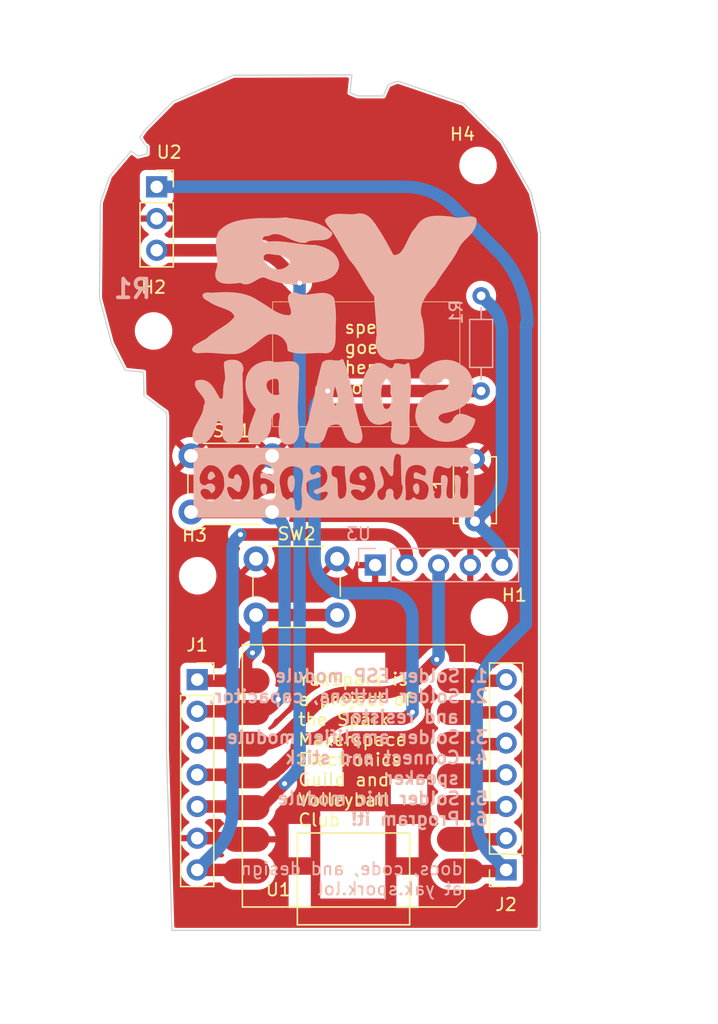
<source format=kicad_pcb>
(kicad_pcb (version 20221018) (generator pcbnew)
  (layers (0 "F.Cu" signal) (31 "B.Cu" signal) (34 "B.Paste" user) (35 "F.Paste" user) (36 "B.SilkS" user "B.Silkscreen") (37 "F.SilkS" user "F.Silkscreen") (38 "B.Mask" user) (39 "F.Mask" user) (44 "Edge.Cuts" user))
  (net 0 "")
  (net 1 "Net-(U3-A+)")
  (net 2 "GND")
  (net 3 "+5V")
  (net 4 "/D0")
  (net 5 "/D1")
  (net 6 "/D2")
  (net 7 "/D3")
  (net 8 "/D4")
  (net 9 "/D5")
  (net 10 "/D6")
  (net 11 "/D7")
  (net 12 "/D8")
  (net 13 "/D9")
  (net 14 "/D10")
  (net 15 "+3.3V")
  (footprint "Connector_PinSocket_2.54mm:PinSocket_1x07_P2.54mm_Vertical" (layer "F.Cu") (at 122.25 109.66 180)
    (fp_text reference "J2")
    (fp_text value "Conn_01x07_Socket")
  )
  (footprint "Button_Switch_THT:SW_PUSH_6mm" (layer "F.Cu") (at 97 76.5)
    (fp_text reference "SW1")
    (fp_text value "Say")
  )
  (footprint "Connector_PinSocket_2.54mm:PinSocket_1x07_P2.54mm_Vertical" (layer "F.Cu") (at 97.5 94.42)
    (fp_text reference "J1")
    (fp_text value "Conn_01x07_Socket")
  )
  (footprint "Button_Switch_THT:SW_PUSH_6mm" (layer "F.Cu") (at 102.212 84.75)
    (fp_text reference "SW2")
    (fp_text value "Play")
  )
  (footprint "xiao ESP32C3_PCB:MOUDLE14P-SMD-2.54-21X17.8MM" (layer "F.Cu") (at 118.9175 91.6307 180)
    (fp_text reference "U1")
    (fp_text value "MOUDLE-SEEEDUINO-XIAO-ESP32C3")
  )
  (footprint "MountingHole:MountingHole_2.5mm" (layer "F.Cu") (at 120 53.25)
    (fp_text reference "H4")
    (fp_text value "MountingHole")
  )
  (footprint "MountingHole:MountingHole_2.5mm" (layer "F.Cu") (at 120.904 89.408)
    (fp_text reference "H1")
    (fp_text value "MountingHole")
  )
  (footprint "Capacitor_THT:C_Disc_D5.1mm_W3.2mm_P5.00mm" (layer "F.Cu") (at 119.75 81.75 90)
    (fp_text reference "C1")
    (fp_text value "100 nF")
  )
  (footprint "MountingHole:MountingHole_2.5mm" (layer "F.Cu") (at 94 66.5)
    (fp_text reference "H2")
    (fp_text value "MountingHole")
  )
  (footprint "MountingHole:MountingHole_2.5mm" (layer "F.Cu") (at 97.536 86.106)
    (fp_text reference "H3")
    (fp_text value "MountingHole")
  )
  (footprint "Connector_PinSocket_2.54mm:PinSocket_1x03_P2.54mm_Vertical" (layer "F.Cu") (at 94.25 54.96)
    (fp_text reference "U2")
    (fp_text value "Electret Microphone Amp Module")
  )
  (footprint "Resistor_THT:R_Axial_DIN0204_L3.6mm_D1.6mm_P7.62mm_Horizontal" (layer "B.Cu") (at 120.25 71.31 90)
    (fp_text reference "R1")
    (fp_text value "100 ohms")
  )
  (footprint "Connector_PinHeader_2.54mm:PinHeader_1x05_P2.54mm_Vertical" (layer "B.Cu") (at 111.76 85.25 -90)
    (fp_text reference "U3")
    (fp_text value "Adafruit 2130 - PAM8302")
  )
  (gr_poly (pts (xy 104.409833 57.58598) (xy 104.279616 57.598383) (xy 104.018824 57.615785) (xy 103.75765 57.625126) (xy 103.496209 57.628584) (xy 102.450068 57.62709) (xy 102.047202 57.657446) (xy 101.634817 57.69451) (xy 101.427424 57.718582) (xy 101.220494 57.74796) (xy 101.014974 57.783854) (xy 100.811813 57.827475) (xy 100.611958 57.880031) (xy 100.416357 57.942733) (xy 100.225957 58.016791) (xy 100.041705 58.103415) (xy 99.952182 58.151816) (xy 99.864551 58.203813) (xy 99.778931 58.259557) (xy 99.69544 58.319197) (xy 99.614198 58.382887) (xy 99.535321 58.450777) (xy 99.45893 58.523018) (xy 99.385142 58.599761) (xy 99.338983 58.682032) (xy 99.298974 58.765536) (xy 99.264763 58.85021) (xy 99.236001 58.935988) (xy 99.212336 59.022806) (xy 99.193418 59.110599) (xy 99.178896 59.199303) (xy 99.16842 59.288852) (xy 99.158202 59.470229) (xy 99.159959 59.654213) (xy 99.170886 59.840286) (xy 99.188178 60.027931) (xy 99.230636 60.405867) (xy 99.250192 60.595123) (xy 99.264893 60.783881) (xy 99.271934 60.971623) (xy 99.268509 61.157832) (xy 99.251814 61.341991) (xy 99.237613 61.43314) (xy 99.219043 61.523582) (xy 99.174055 61.642348) (xy 99.140894 61.752117) (xy 99.119027 61.853215) (xy 99.107915 61.945968) (xy 99.107024 62.030703) (xy 99.115817 62.107744) (xy 99.133759 62.177418) (xy 99.160313 62.24005) (xy 99.194944 62.295967) (xy 99.237117 62.345494) (xy 99.286294 62.388958) (xy 99.34194 62.426684) (xy 99.40352 62.458998) (xy 99.470497 62.486226) (xy 99.542335 62.508694) (xy 99.6185 62.526728) (xy 99.781661 62.550796) (xy 99.955694 62.561039) (xy 100.136312 62.560063) (xy 100.319228 62.550476) (xy 100.674803 62.515896) (xy 100.988124 62.478156) (xy 101.058466 62.51733) (xy 101.127336 62.548402) (xy 101.194818 62.571848) (xy 101.260995 62.58814) (xy 101.325951 62.597753) (xy 101.38977 62.601162) (xy 101.452538 62.598839) (xy 101.514336 62.59126) (xy 101.575251 62.578898) (xy 101.635365 62.562228) (xy 101.694763 62.541723) (xy 101.753529 62.517858) (xy 101.811747 62.491107) (xy 101.869501 62.461943) (xy 101.983952 62.398275) (xy 102.210986 62.262854) (xy 102.324913 62.198685) (xy 102.44001 62.141935) (xy 102.498207 62.117527) (xy 102.556949 62.096396) (xy 102.61632 62.079015) (xy 102.676404 62.06586) (xy 102.737284 62.057404) (xy 102.799046 62.054121) (xy 102.861772 62.056485) (xy 102.925547 62.064971) (xy 103.129413 62.153219) (xy 103.335177 62.235049) (xy 103.542712 62.310131) (xy 103.751891 62.378135) (xy 103.96259 62.43873) (xy 104.174681 62.491588) (xy 104.388037 62.536376) (xy 104.602534 62.572766) (xy 104.818044 62.600428) (xy 105.034442 62.61903) (xy 105.2516 62.628243) (xy 105.469393 62.627737) (xy 105.687694 62.617182) (xy 105.906378 62.596247) (xy 106.125317 62.564603) (xy 106.344386 62.521918) (xy 106.692379 62.487537) (xy 106.877071 62.465979) (xy 107.065558 62.439572) (xy 107.255336 62.406865) (xy 107.443905 62.366405) (xy 107.628762 62.31674) (xy 107.719017 62.288002) (xy 107.807405 62.256417) (xy 107.893615 62.221806) (xy 107.977333 62.183985) (xy 108.058246 62.142774) (xy 108.136042 62.09799) (xy 108.210408 62.049454) (xy 108.281032 61.996982) (xy 108.3476 61.940393) (xy 108.4098 61.879506) (xy 108.467318 61.814139) (xy 108.519843 61.744111) (xy 108.567062 61.66924) (xy 108.608661 61.589344) (xy 108.644328 61.504243) (xy 108.673751 61.413754) (xy 108.696616 61.317697) (xy 108.712611 61.215888) (xy 108.704383 61.13298) (xy 108.691034 61.052898) (xy 108.67277 60.975606) (xy 108.667555 60.958686) (xy 105.09041 60.958686) (xy 105.088089 61.019418) (xy 105.076289 61.080009) (xy 105.055609 61.140092) (xy 105.02665 61.199298) (xy 104.990013 61.257258) (xy 104.946298 61.313603) (xy 104.896105 61.367965) (xy 104.840034 61.419975) (xy 104.778686 61.469265) (xy 104.712662 61.515466) (xy 104.642561 61.558209) (xy 104.568984 61.597126) (xy 104.492532 61.631849) (xy 104.413804 61.662008) (xy 104.333401 61.687235) (xy 104.251924 61.707161) (xy 104.169973 61.721418) (xy 104.088148 61.729638) (xy 104.00705 61.731451) (xy 103.927278 61.726488) (xy 103.849434 61.714383) (xy 103.774118 61.694765) (xy 103.70193 61.667266) (xy 103.624259 61.659072) (xy 103.546901 61.642939) (xy 103.470251 61.619411) (xy 103.394703 61.589033) (xy 103.320652 61.552351) (xy 103.248493 61.50991) (xy 103.17862 61.462255) (xy 103.111429 61.409932) (xy 103.047313 61.353485) (xy 102.986669 61.293459) (xy 102.92989 61.230401) (xy 102.877371 61.164854) (xy 102.829507 61.097365) (xy 102.786693 61.028479) (xy 102.749323 60.95874) (xy 102.717793 60.888694) (xy 102.692497 60.818886) (xy 102.67383 60.749861) (xy 102.662186 60.682165) (xy 102.65796 60.616343) (xy 102.661548 60.552939) (xy 102.673343 60.4925) (xy 102.693741 60.43557) (xy 102.723136 60.382694) (xy 102.761923 60.334418) (xy 102.810497 60.291287) (xy 102.869253 60.253846) (xy 102.938584 60.22264) (xy 103.018887 60.198214) (xy 103.110556 60.181115) (xy 103.213985 60.171886) (xy 103.32957 60.171073) (xy 103.408436 60.189697) (xy 103.487782 60.204773) (xy 103.567494 60.217056) (xy 103.647459 60.227302) (xy 103.967589 60.263042) (xy 104.047125 60.274446) (xy 104.126235 60.28835) (xy 104.204808 60.30551) (xy 104.28273 60.326682) (xy 104.359888 60.352622) (xy 104.43617 60.384087) (xy 104.511461 60.421832) (xy 104.548701 60.443295) (xy 104.58565 60.466613) (xy 104.695663 60.512019) (xy 104.790793 60.560602) (xy 104.87164 60.611994) (xy 104.938806 60.665826) (xy 104.992889 60.721729) (xy 105.03449 60.779335) (xy 105.064211 60.838276) (xy 105.082651 60.898182) (xy 105.09041 60.958686) (xy 108.667555 60.958686) (xy 108.649796 60.901064) (xy 108.622319 60.829235) (xy 108.590545 60.760081) (xy 108.55468 60.693564) (xy 108.514929 60.629645) (xy 108.471499 60.568287) (xy 108.424596 60.509451) (xy 108.374425 60.4531) (xy 108.321193 60.399196) (xy 108.265106 60.3477) (xy 108.20637 60.298575) (xy 108.081775 60.207283) (xy 107.949054 60.125017) (xy 107.809857 60.051473) (xy 107.665832 59.986345) (xy 107.518627 59.92933) (xy 107.369889 59.880124) (xy 107.221267 59.838422) (xy 107.07441 59.803919) (xy 106.930964 59.776313) (xy 106.692188 59.77577) (xy 106.453735 59.765929) (xy 106.215562 59.748335) (xy 105.977626 59.724533) (xy 105.502295 59.66449) (xy 105.027395 59.598163) (xy 104.552582 59.537917) (xy 104.3151 59.513938) (xy 104.077511 59.496116) (xy 103.839771 59.485997) (xy 103.601838 59.485126) (xy 103.363667 59.495049) (xy 103.125216 59.51731) (xy 103.052563 59.519115) (xy 102.985225 59.515843) (xy 102.923153 59.507831) (xy 102.866297 59.495418) (xy 102.814607 59.478942) (xy 102.768033 59.458742) (xy 102.726525 59.435157) (xy 102.690035 59.408524) (xy 102.658511 59.379181) (xy 102.631904 59.347468) (xy 102.610165 59.313723) (xy 102.593242 59.278283) (xy 102.581088 59.241488) (xy 102.573651 59.203676) (xy 102.570882 59.165184) (xy 102.572731 59.126352) (xy 102.579148 59.087518) (xy 102.590084 59.049021) (xy 102.605488 59.011197) (xy 102.625312 58.974387) (xy 102.649504 58.938928) (xy 102.678015 58.905159) (xy 102.710796 58.873417) (xy 102.747796 58.844043) (xy 102.788966 58.817372) (xy 102.834256 58.793746) (xy 102.883616 58.7735) (xy 102.936996 58.756975) (xy 102.994347 58.744508) (xy 103.055618 58.736437) (xy 103.12076 58.733102) (xy 103.189723 58.73484) (xy 103.286207 58.686225) (xy 103.381964 58.647595) (xy 103.477042 58.618375) (xy 103.571491 58.597987) (xy 103.665361 58.585857) (xy 103.7587 58.58141) (xy 103.851558 58.584068) (xy 103.943984 58.593258) (xy 104.036029 58.608402) (xy 104.12774 58.628925) (xy 104.219168 58.654253) (xy 104.310361 58.683808) (xy 104.492244 58.7533) (xy 104.673782 58.832795) (xy 105.037406 59.003377) (xy 105.220282 59.085252) (xy 105.404394 59.15871) (xy 105.590136 59.219145) (xy 105.683742 59.24304) (xy 105.777904 59.261952) (xy 105.872671 59.275306) (xy 105.968093 59.282525) (xy 106.064219 59.283035) (xy 106.161097 59.27626) (xy 106.214993 59.239931) (xy 106.272589 59.208479) (xy 106.333571 59.181536) (xy 106.39762 59.158736) (xy 106.464421 59.13971) (xy 106.533659 59.124091) (xy 106.605015 59.111513) (xy 106.678175 59.101606) (xy 106.828639 59.08834) (xy 106.98252 59.081355) (xy 107.290412 59.074465) (xy 107.439362 59.068682) (xy 107.581608 59.057421) (xy 107.71462 59.037743) (xy 107.776872 59.023828) (xy 107.835866 59.006707) (xy 107.891287 58.986012) (xy 107.942818 58.961375) (xy 107.990142 58.932429) (xy 108.032944 58.898807) (xy 108.070907 58.860141) (xy 108.103714 58.816063) (xy 108.13105 58.766207) (xy 108.152598 58.710204) (xy 108.061701 58.624675) (xy 107.968158 58.544539) (xy 107.87209 58.46958) (xy 107.773622 58.399581) (xy 107.569972 58.273591) (xy 107.358191 58.16483) (xy 107.139259 58.071561) (xy 106.91416 57.992044) (xy 106.683874 57.924541) (xy 106.449384 57.867313) (xy 106.21167 57.818622) (xy 105.971716 57.776729) (xy 105.489012 57.706383) (xy 105.009126 57.642366) (xy 104.539912 57.570769) (xy 104.539912 57.570747)) (stroke (width 0.332976)) (fill solid) (layer "B.SilkS"))
  (gr_poly (pts (xy 119.673424 73.615511) (xy 119.673434 73.615516) (xy 119.673434 73.615462)) (stroke (width 0.218334)) (fill solid) (layer "B.SilkS"))
  (gr_poly (pts (xy 114.389459 69.167313) (xy 114.38946 69.167312) (xy 114.38946 69.167309) (xy 114.38946 69.167306) (xy 114.38946 69.167304) (xy 114.389459 69.167302) (xy 114.389459 69.167299) (xy 114.389458 69.167297) (xy 114.389457 69.167295) (xy 114.389457 69.167294) (xy 114.389455 69.16729) (xy 114.389454 69.167287) (xy 114.389454 69.167286)) (stroke (width 0.213243)) (fill solid) (layer "B.SilkS"))
  (gr_poly (pts (xy 114.389453 69.167283) (xy 114.389453 69.167284) (xy 114.389453 69.167286) (xy 114.389454 69.167286) (xy 114.389453 69.167281)) (stroke (width 0.213243)) (fill solid) (layer "B.SilkS"))
  (gr_poly (pts (xy 100.23885 68.906569) (xy 100.171355 68.912482) (xy 100.103603 68.921874) (xy 100.035876 68.934743) (xy 99.968454 68.951085) (xy 99.901617 68.970897) (xy 99.835647 68.994176) (xy 99.770823 69.020919) (xy 99.760194 69.051941) (xy 99.752003 69.085528) (xy 99.742235 69.159871) (xy 99.740121 69.242888) (xy 99.744265 69.333517) (xy 99.753267 69.430699) (xy 99.765731 69.533372) (xy 99.795453 69.750954) (xy 99.822249 69.977778) (xy 99.831055 70.092005) (xy 99.834937 70.205362) (xy 99.832496 70.316788) (xy 99.822336 70.425222) (xy 99.813924 70.477986) (xy 99.803058 70.529605) (xy 99.789563 70.579945) (xy 99.773265 70.628875) (xy 99.754627 70.669628) (xy 99.738923 70.71555) (xy 99.725865 70.766127) (xy 99.715171 70.820845) (xy 99.699727 70.940642) (xy 99.690311 71.070829) (xy 99.680435 71.345908) (xy 99.675413 71.482571) (xy 99.667291 71.613162) (xy 99.65379 71.733567) (xy 99.644309 71.788664) (xy 99.632628 71.839671) (xy 99.618461 71.886074) (xy 99.601523 71.927358) (xy 99.581529 71.96301) (xy 99.558193 71.992514) (xy 99.531232 72.015357) (xy 99.500358 72.031024) (xy 99.465288 72.039001) (xy 99.425736 72.038772) (xy 99.381417 72.029825) (xy 99.332046 72.011644) (xy 99.277337 71.983716) (xy 99.217006 71.945525) (xy 98.912807 71.396896) (xy 98.831271 71.259229) (xy 98.745644 71.126146) (xy 98.654978 71.000043) (xy 98.60746 70.940357) (xy 98.558327 70.883313) (xy 98.50746 70.829212) (xy 98.45474 70.778352) (xy 98.400051 70.731033) (xy 98.343272 70.687554) (xy 98.284286 70.648214) (xy 98.222974 70.613312) (xy 98.159217 70.583149) (xy 98.092897 70.558023) (xy 98.023896 70.538233) (xy 97.952095 70.524079) (xy 97.877375 70.515861) (xy 97.799618 70.513877) (xy 97.718706 70.518426) (xy 97.63452 70.529809) (xy 97.546941 70.548324) (xy 97.455851 70.574271) (xy 97.434151 70.632645) (xy 97.421888 70.690973) (xy 97.418388 70.749282) (xy 97.422979 70.807597) (xy 97.434986 70.865946) (xy 97.453736 70.924353) (xy 97.478554 70.982846) (xy 97.508768 71.04145) (xy 97.543704 71.100193) (xy 97.582687 71.1591) (xy 97.670103 71.277511) (xy 97.863865 71.517458) (xy 97.959432 71.639414) (xy 98.046937 71.762973) (xy 98.085982 71.825418) (xy 98.12099 71.888343) (xy 98.151288 71.951773) (xy 98.176202 72.015734) (xy 98.195058 72.080254) (xy 98.207182 72.145358) (xy 98.211901 72.211072) (xy 98.208542 72.277423) (xy 98.19643 72.344438) (xy 98.174891 72.412141) (xy 98.143253 72.480559) (xy 98.10084 72.54972) (xy 98.099013 72.638934) (xy 98.089544 72.72895) (xy 98.073069 72.819677) (xy 98.050224 72.911024) (xy 98.021644 73.002901) (xy 97.987964 73.095217) (xy 97.907844 73.280805) (xy 97.814945 73.467065) (xy 97.714351 73.653271) (xy 97.5104 74.022624) (xy 97.417206 74.204323) (xy 97.336643 74.383071) (xy 97.302686 74.471112) (xy 97.273791 74.558144) (xy 97.250596 74.644076) (xy 97.233734 74.728817) (xy 97.22384 74.812278) (xy 97.221551 74.894366) (xy 97.227501 74.974993) (xy 97.242325 75.054067) (xy 97.266659 75.131498) (xy 97.301138 75.207195) (xy 97.346397 75.281068) (xy 97.403071 75.353026) (xy 97.482723 75.382305) (xy 97.560239 75.40398) (xy 97.63563 75.418357) (xy 97.708906 75.42574) (xy 97.780075 75.426434) (xy 97.849147 75.420745) (xy 97.916133 75.408978) (xy 97.981042 75.391438) (xy 98.043883 75.368429) (xy 98.104666 75.340258) (xy 98.163402 75.307228) (xy 98.220098 75.269645) (xy 98.274766 75.227815) (xy 98.327414 75.182041) (xy 98.378053 75.13263) (xy 98.426692 75.079886) (xy 98.518008 74.965619) (xy 98.601441 74.841683) (xy 98.677067 74.710516) (xy 98.744963 74.57456) (xy 98.805207 74.436256) (xy 98.857876 74.298043) (xy 98.903048 74.162362) (xy 98.940799 74.031653) (xy 98.948473 73.953294) (xy 98.960306 73.88395) (xy 98.975971 73.82331) (xy 98.995138 73.771062) (xy 99.01748 73.726896) (xy 99.042669 73.6905) (xy 99.070377 73.661563) (xy 99.100275 73.639773) (xy 99.132035 73.624818) (xy 99.16533 73.616388) (xy 99.19983 73.614171) (xy 99.235209 73.617856) (xy 99.271137 73.62713) (xy 99.307287 73.641684) (xy 99.343331 73.661206) (xy 99.37894 73.685383) (xy 99.413787 73.713905) (xy 99.447543 73.746461) (xy 99.47988 73.782738) (xy 99.51047 73.822426) (xy 99.538985 73.865214) (xy 99.565097 73.910789) (xy 99.588477 73.958841) (xy 99.608798 74.009057) (xy 99.625732 74.061128) (xy 99.63895 74.114741) (xy 99.648124 74.169585) (xy 99.652925 74.225348) (xy 99.653027 74.281719) (xy 99.648101 74.338388) (xy 99.637819 74.395042) (xy 99.621852 74.451369) (xy 99.607563 74.523873) (xy 99.598025 74.593826) (xy 99.593086 74.661182) (xy 99.592594 74.725895) (xy 99.596397 74.78792) (xy 99.604342 74.847208) (xy 99.616279 74.903714) (xy 99.632053 74.957392) (xy 99.651515 75.008195) (xy 99.67451 75.056076) (xy 99.700887 75.10099) (xy 99.730495 75.14289) (xy 99.76318 75.18173) (xy 99.798791 75.217462) (xy 99.837176 75.250042) (xy 99.878182 75.279422) (xy 99.921658 75.305556) (xy 99.967451 75.328398) (xy 100.015409 75.347901) (xy 100.06538 75.364019) (xy 100.117211 75.376706) (xy 100.170752 75.385914) (xy 100.225849 75.391599) (xy 100.282351 75.393713) (xy 100.340105 75.39221) (xy 100.39896 75.387044) (xy 100.458762 75.378168) (xy 100.519361 75.365536) (xy 100.580603 75.349101) (xy 100.642338 75.328818) (xy 100.704411 75.304639) (xy 100.766673 75.276519) (xy 100.82048 75.221846) (xy 100.868313 75.165042) (xy 100.910488 75.106219) (xy 100.947325 75.045488) (xy 100.979143 74.982961) (xy 101.006261 74.918751) (xy 101.028996 74.852969) (xy 101.047667 74.785727) (xy 101.062594 74.717137) (xy 101.074095 74.647311) (xy 101.088093 74.504399) (xy 101.092209 74.357886) (xy 101.088995 74.208666) (xy 101.053806 73.602633) (xy 101.052172 73.453312) (xy 101.058502 73.306657) (xy 101.075345 73.163563) (xy 101.088505 73.093631) (xy 101.10525 73.024924) (xy 101.105251 73.024924) (xy 101.105252 73.024924) (xy 101.105252 73.024925) (xy 101.105253 73.024925) (xy 101.105254 73.024925) (xy 101.105255 73.024925) (xy 101.105256 73.024926) (xy 101.105257 73.024926) (xy 101.105258 73.024926) (xy 101.105258 73.024927) (xy 101.105259 73.024927) (xy 101.10526 73.024927) (xy 101.105261 73.024928) (xy 101.105262 73.024929) (xy 101.105263 73.02493) (xy 101.105264 73.024931) (xy 101.105265 73.024932) (xy 101.021838 69.89891) (xy 101.051981 69.816801) (xy 101.074849 69.738251) (xy 101.090725 69.663256) (xy 101.099888 69.591815) (xy 101.10262 69.523922) (xy 101.0992 69.459576) (xy 101.08991 69.398774) (xy 101.07503 69.341511) (xy 101.054842 69.287784) (xy 101.029625 69.237591) (xy 100.99966 69.190929) (xy 100.965229 69.147794) (xy 100.926611 69.108183) (xy 100.884088 69.072093) (xy 100.83794 69.03952) (xy 100.788448 69.010462) (xy 100.735893 68.984915) (xy 100.680555 68.962877) (xy 100.622714 68.944343) (xy 100.562653 68.929311) (xy 100.500651 68.917778) (xy 100.436989 68.909741) (xy 100.371947 68.905196) (xy 100.305807 68.904139)) (stroke (width 0.207953)) (fill solid) (layer "B.SilkS"))
  (gr_poly (pts (xy 103.142021 69.001841) (xy 103.057632 69.008593) (xy 102.890681 69.032969) (xy 102.727196 69.071467) (xy 102.568408 69.123638) (xy 102.415549 69.189032) (xy 102.341729 69.226548) (xy 102.269854 69.267201) (xy 102.200077 69.310936) (xy 102.132553 69.357696) (xy 102.067436 69.407424) (xy 102.00488 69.460066) (xy 101.945038 69.515565) (xy 101.888066 69.573864) (xy 101.834117 69.634907) (xy 101.783345 69.698639) (xy 101.735904 69.765002) (xy 101.691949 69.833942) (xy 101.651633 69.905402) (xy 101.61511 69.979325) (xy 101.582535 70.055656) (xy 101.554061 70.134338) (xy 101.529843 70.215316) (xy 101.510035 70.298532) (xy 101.49479 70.383931) (xy 101.484263 70.471458) (xy 101.465241 70.627962) (xy 101.457764 70.784465) (xy 101.461383 70.940553) (xy 101.475646 71.095812) (xy 101.500102 71.249826) (xy 101.534302 71.402183) (xy 101.577794 71.552466) (xy 101.630128 71.700263) (xy 101.690853 71.845158) (xy 101.759519 71.986738) (xy 101.835674 72.124587) (xy 101.918869 72.258292) (xy 102.008653 72.387437) (xy 102.104574 72.51161) (xy 102.206183 72.630394) (xy 102.313029 72.743377) (xy 102.261756 72.895535) (xy 102.203245 73.05595) (xy 102.072615 73.395776) (xy 101.937355 73.751311) (xy 101.873056 73.93136) (xy 101.81368 74.111007) (xy 101.761253 74.288807) (xy 101.717804 74.463319) (xy 101.685358 74.633097) (xy 101.665943 74.7967) (xy 101.661585 74.952684) (xy 101.665687 75.027368) (xy 101.674312 75.099605) (xy 101.687716 75.169217) (xy 101.706151 75.236021) (xy 101.72987 75.299838) (xy 101.759127 75.360488) (xy 101.861365 75.387236) (xy 101.960519 75.405718) (xy 102.056559 75.41624) (xy 102.149453 75.419109) (xy 102.239169 75.414629) (xy 102.325676 75.403107) (xy 102.408943 75.384848) (xy 102.488937 75.360157) (xy 102.565627 75.32934) (xy 102.638983 75.292704) (xy 102.708972 75.250552) (xy 102.775563 75.203192) (xy 102.838724 75.150929) (xy 102.898424 75.094069) (xy 102.954631 75.032916) (xy 103.007314 74.967777) (xy 103.056442 74.898958) (xy 103.101982 74.826764) (xy 103.143904 74.7515) (xy 103.182176 74.673473) (xy 103.216766 74.592987) (xy 103.247643 74.51035) (xy 103.274775 74.425865) (xy 103.298131 74.33984) (xy 103.317679 74.252579) (xy 103.333388 74.164388) (xy 103.345226 74.075573) (xy 103.353163 73.98644) (xy 103.357165 73.897294) (xy 103.357203 73.80844) (xy 103.353243 73.720185) (xy 103.345256 73.632835) (xy 103.352224 73.571911) (xy 103.364434 73.512571) (xy 103.381486 73.455029) (xy 103.402979 73.399495) (xy 103.428513 73.346182) (xy 103.457689 73.295301) (xy 103.490105 73.247065) (xy 103.525362 73.201684) (xy 103.563059 73.159372) (xy 103.602796 73.12034) (xy 103.644173 73.0848) (xy 103.686789 73.052963) (xy 103.730244 73.025042) (xy 103.774138 73.001249) (xy 103.818071 72.981796) (xy 103.861642 72.966893) (xy 103.904451 72.956754) (xy 103.946098 72.95159) (xy 103.986183 72.951614) (xy 104.024305 72.957036) (xy 104.060064 72.968069) (xy 104.09306 72.984925) (xy 104.122892 73.007816) (xy 104.149161 73.036953) (xy 104.171466 73.072548) (xy 104.189406 73.114814) (xy 104.202582 73.163963) (xy 104.210594 73.220205) (xy 104.21304 73.283754) (xy 104.209521 73.35482) (xy 104.199636 73.433616) (xy 104.182986 73.520354) (xy 104.146777 73.838894) (xy 104.130889 74.01636) (xy 104.119502 74.200469) (xy 104.114882 74.387105) (xy 104.119297 74.572153) (xy 104.135014 74.751495) (xy 104.164301 74.921016) (xy 104.184741 75.000807) (xy 104.209424 75.0766) (xy 104.238632 75.147879) (xy 104.27265 75.214131) (xy 104.31176 75.27484) (xy 104.356247 75.329492) (xy 104.406393 75.377573) (xy 104.462482 75.418569) (xy 104.524797 75.451964) (xy 104.593622 75.477244) (xy 104.66924 75.493895) (xy 104.751934 75.501402) (xy 104.841988 75.499251) (xy 104.939686 75.486927) (xy 105.04531 75.463915) (xy 105.159144 75.429702) (xy 105.218284 75.381063) (xy 105.271723 75.3299) (xy 105.319714 75.276342) (xy 105.362511 75.220516) (xy 105.400364 75.162551) (xy 105.433528 75.102575) (xy 105.462253 75.040715) (xy 105.486793 74.977101) (xy 105.5074 74.91186) (xy 105.524326 74.845121) (xy 105.537824 74.777011) (xy 105.548147 74.707659) (xy 105.560274 74.565742) (xy 105.562728 74.420393) (xy 105.557527 74.272639) (xy 105.546691 74.123505) (xy 105.516193 73.825197) (xy 105.48739 73.533672) (xy 105.478672 73.393017) (xy 105.476435 73.257133) (xy 105.466133 73.035216) (xy 105.461052 72.813398) (xy 105.46385 72.369997) (xy 105.479421 71.926817) (xy 105.495551 71.615226) (xy 104.215472 71.615226) (xy 104.123039 71.662471) (xy 104.031413 71.696776) (xy 103.940977 71.718855) (xy 103.852117 71.729423) (xy 103.765218 71.729194) (xy 103.680665 71.718884) (xy 103.598843 71.699206) (xy 103.520136 71.670877) (xy 103.44493 71.63461) (xy 103.37361 71.59112) (xy 103.306561 71.541122) (xy 103.244167 71.48533) (xy 103.186815 71.42446) (xy 103.134887 71.359226) (xy 103.088771 71.290343) (xy 103.04885 71.218525) (xy 103.01551 71.144488) (xy 102.989135 71.068945) (xy 102.970111 70.992612) (xy 102.958822 70.916204) (xy 102.955654 70.840434) (xy 102.960992 70.766019) (xy 102.97522 70.693672) (xy 102.998723 70.624108) (xy 103.031887 70.558042) (xy 103.075097 70.496189) (xy 103.128737 70.439263) (xy 103.193192 70.38798) (xy 103.268848 70.343053) (xy 103.356089 70.305198) (xy 103.4553 70.27513) (xy 103.566867 70.253562) (xy 103.646804 70.239651) (xy 103.718882 70.233036) (xy 103.783501 70.233351) (xy 103.841063 70.240232) (xy 103.891969 70.253314) (xy 103.93662 70.27223) (xy 103.975416 70.296615) (xy 104.008758 70.326105) (xy 104.037049 70.360333) (xy 104.060687 70.398935) (xy 104.080076 70.441545) (xy 104.095614 70.487798) (xy 104.107704 70.537328) (xy 104.116747 70.58977) (xy 104.123142 70.64476) (xy 104.127292 70.70193) (xy 104.130459 70.821354) (xy 104.129455 70.94512) (xy 104.127765 71.193987) (xy 104.133494 71.313243) (xy 104.139406 71.370298) (xy 104.147883 71.42515) (xy 104.159328 71.477434) (xy 104.17414 71.526785) (xy 104.192721 71.572837) (xy 104.215472 71.615226) (xy 105.495551 71.615226) (xy 105.502357 71.483747) (xy 105.5487 70.597482) (xy 105.561291 70.154063) (xy 105.559619 69.710303) (xy 105.559619 69.710288) (xy 105.569207 69.601534) (xy 105.568706 69.504345) (xy 105.558628 69.418123) (xy 105.539484 69.342271) (xy 105.511784 69.276192) (xy 105.47604 69.219289) (xy 105.432763 69.170965) (xy 105.382463 69.130622) (xy 105.325651 69.097663) (xy 105.262839 69.071491) (xy 105.194537 69.051509) (xy 105.121256 69.037119) (xy 105.043508 69.027724) (xy 104.961803 69.022728) (xy 104.788566 69.02354) (xy 104.039541 69.083261) (xy 103.858704 69.08842) (xy 103.772058 69.08625) (xy 103.688609 69.080116) (xy 103.608867 69.069422) (xy 103.533344 69.05357) (xy 103.462551 69.031963) (xy 103.396998 69.004005) (xy 103.311859 68.999491) (xy 103.226815 68.998789)) (stroke (width 0.200021)) (fill solid) (layer "B.SilkS"))
  (gr_poly (pts (xy 117.326596 68.922459) (xy 117.213947 68.930524) (xy 117.101554 68.944247) (xy 116.989695 68.963504) (xy 116.878647 68.988174) (xy 116.768687 69.018132) (xy 116.660095 69.053257) (xy 116.553146 69.093426) (xy 116.44812 69.138516) (xy 116.345293 69.188404) (xy 116.244944 69.242967) (xy 116.14735 69.302083) (xy 116.05279 69.365628) (xy 115.961539 69.433481) (xy 115.873878 69.505517) (xy 115.790082 69.581615) (xy 115.71043 69.661652) (xy 115.6352 69.745504) (xy 115.564668 69.83305) (xy 115.499114 69.924166) (xy 115.438815 70.018729) (xy 115.416731 70.094433) (xy 115.40592 70.166068) (xy 115.405747 70.233599) (xy 115.415578 70.296993) (xy 115.43478 70.356215) (xy 115.462718 70.411231) (xy 115.498759 70.462006) (xy 115.542269 70.508507) (xy 115.592613 70.550699) (xy 115.649158 70.588548) (xy 115.711269 70.62202) (xy 115.778313 70.65108) (xy 115.849656 70.675694) (xy 115.924663 70.695828) (xy 116.002701 70.711447) (xy 116.083135 70.722518) (xy 116.165333 70.729006) (xy 116.248659 70.730877) (xy 116.33248 70.728096) (xy 116.416161 70.72063) (xy 116.49907 70.708444) (xy 116.580571 70.691503) (xy 116.660031 70.669774) (xy 116.736816 70.643223) (xy 116.810292 70.611814) (xy 116.879825 70.575514) (xy 116.944781 70.534289) (xy 117.004525 70.488104) (xy 117.058425 70.436925) (xy 117.105845 70.380718) (xy 117.146153 70.319448) (xy 117.178714 70.253081) (xy 117.264941 70.237524) (xy 117.344158 70.230028) (xy 117.416503 70.230108) (xy 117.482113 70.237278) (xy 117.541128 70.25105) (xy 117.593684 70.27094) (xy 117.639919 70.29646) (xy 117.679973 70.327125) (xy 117.713981 70.362448) (xy 117.742083 70.401943) (xy 117.764417 70.445124) (xy 117.781119 70.491504) (xy 117.792329 70.540598) (xy 117.798184 70.591919) (xy 117.798823 70.644981) (xy 117.794382 70.699298) (xy 117.785 70.754383) (xy 117.770815 70.809751) (xy 117.751965 70.864915) (xy 117.728588 70.919389) (xy 117.700822 70.972686) (xy 117.668804 71.024321) (xy 117.632673 71.073807) (xy 117.592567 71.120658) (xy 117.548623 71.164388) (xy 117.500979 71.20451) (xy 117.449774 71.240539) (xy 117.395145 71.271988) (xy 117.337231 71.298371) (xy 117.276168 71.319202) (xy 117.212096 71.333994) (xy 117.145152 71.342261) (xy 117.05621 71.337221) (xy 116.96767 71.336697) (xy 116.879659 71.340585) (xy 116.792303 71.348781) (xy 116.705728 71.361183) (xy 116.620061 71.377685) (xy 116.535429 71.398186) (xy 116.451957 71.42258) (xy 116.369772 71.450765) (xy 116.289 71.482637) (xy 116.209768 71.518092) (xy 116.132203 71.557026) (xy 116.05643 71.599336) (xy 115.982576 71.644918) (xy 115.910768 71.693668) (xy 115.841131 71.745483) (xy 115.773793 71.80026) (xy 115.708879 71.857894) (xy 115.646517 71.918282) (xy 115.586832 71.98132) (xy 115.529951 72.046905) (xy 115.476 72.114933) (xy 115.425106 72.1853) (xy 115.377395 72.257902) (xy 115.332993 72.332637) (xy 115.292028 72.4094) (xy 115.254625 72.488087) (xy 115.22091 72.568596) (xy 115.191011 72.650822) (xy 115.165053 72.734662) (xy 115.143163 72.820012) (xy 115.125468 72.906768) (xy 115.100963 73.018585) (xy 115.084909 73.129246) (xy 115.077017 73.238617) (xy 115.077003 73.346562) (xy 115.08458 73.452948) (xy 115.099463 73.557639) (xy 115.121364 73.6605) (xy 115.149998 73.761396) (xy 115.185079 73.860193) (xy 115.22632 73.956756) (xy 115.273436 74.050949) (xy 115.32614 74.142639) (xy 115.384146 74.23169) (xy 115.447168 74.317967) (xy 115.51492 74.401336) (xy 115.587115 74.481662) (xy 115.663468 74.558809) (xy 115.743692 74.632644) (xy 115.827502 74.70303) (xy 115.91461 74.769834) (xy 116.004732 74.832921) (xy 116.09758 74.892155) (xy 116.192869 74.947401) (xy 116.290313 74.998526) (xy 116.389625 75.045394) (xy 116.490519 75.08787) (xy 116.592709 75.12582) (xy 116.695909 75.159108) (xy 116.799833 75.1876) (xy 116.904194 75.211161) (xy 117.008707 75.229656) (xy 117.113086 75.24295) (xy 117.216467 75.255989) (xy 117.320637 75.264432) (xy 117.425366 75.268328) (xy 117.530424 75.267724) (xy 117.635582 75.262666) (xy 117.740611 75.253202) (xy 117.84528 75.239379) (xy 117.949359 75.221245) (xy 118.05262 75.198847) (xy 118.154833 75.172231) (xy 118.255767 75.141446) (xy 118.355194 75.106539) (xy 118.452883 75.067556) (xy 118.548605 75.024545) (xy 118.64213 74.977554) (xy 118.733229 74.926629) (xy 118.821672 74.871818) (xy 118.90723 74.813169) (xy 118.989672 74.750727) (xy 119.068769 74.684542) (xy 119.144291 74.614659) (xy 119.21601 74.541127) (xy 119.283694 74.463992) (xy 119.347115 74.383302) (xy 119.406042 74.299103) (xy 119.460247 74.211444) (xy 119.509499 74.120372) (xy 119.553569 74.025933) (xy 119.592227 73.928176) (xy 119.625244 73.827147) (xy 119.652389 73.722893) (xy 119.673424 73.615511) (xy 119.201363 73.399659) (xy 119.085858 73.351574) (xy 118.972289 73.30985) (xy 118.916376 73.292001) (xy 118.86112 73.276493) (xy 118.806581 73.263578) (xy 118.752816 73.253507) (xy 118.699883 73.246529) (xy 118.647841 73.242896) (xy 118.596748 73.242859) (xy 118.546661 73.246667) (xy 118.49764 73.254571) (xy 118.449741 73.266822) (xy 118.403023 73.283672) (xy 118.357544 73.305369) (xy 118.313363 73.332165) (xy 118.270537 73.36431) (xy 118.229125 73.402056) (xy 118.189184 73.445652) (xy 118.150773 73.495349) (xy 118.113949 73.551398) (xy 118.078772 73.61405) (xy 118.045298 73.683555) (xy 117.989411 73.762068) (xy 117.92862 73.828836) (xy 117.863605 73.884388) (xy 117.795047 73.929255) (xy 117.723627 73.963967) (xy 117.650026 73.989053) (xy 117.574923 74.005044) (xy 117.499001 74.01247) (xy 117.422939 74.011861) (xy 117.347418 74.003747) (xy 117.27312 73.988657) (xy 117.200725 73.967122) (xy 117.130912 73.939673) (xy 117.064365 73.906838) (xy 117.001762 73.869148) (xy 116.943785 73.827133) (xy 116.891114 73.781324) (xy 116.84443 73.732249) (xy 116.804414 73.680439) (xy 116.771746 73.626425) (xy 116.747108 73.570736) (xy 116.73118 73.513902) (xy 116.724642 73.456453) (xy 116.728176 73.39892) (xy 116.742462 73.341832) (xy 116.768181 73.285719) (xy 116.806013 73.231111) (xy 116.856639 73.178539) (xy 116.920741 73.128533) (xy 116.998998 73.081622) (xy 117.092091 73.038336) (xy 117.200702 72.999206) (xy 117.362767 72.968738) (xy 117.526247 72.934798) (xy 117.690089 72.896633) (xy 117.85324 72.853491) (xy 118.014645 72.804619) (xy 118.173253 72.749265) (xy 118.328009 72.686676) (xy 118.47786 72.6161) (xy 118.550618 72.577582) (xy 118.621754 72.536785) (xy 118.691137 72.493614) (xy 118.758636 72.447977) (xy 118.824119 72.399779) (xy 118.887454 72.348925) (xy 118.94851 72.295322) (xy 119.007154 72.238876) (xy 119.063256 72.179492) (xy 119.116684 72.117077) (xy 119.167305 72.051536) (xy 119.214989 71.982776) (xy 119.259603 71.910703) (xy 119.301016 71.835221) (xy 119.339097 71.756238) (xy 119.373713 71.673659) (xy 119.416885 71.512367) (xy 119.449772 71.347292) (xy 119.471957 71.179634) (xy 119.483026 71.010596) (xy 119.482561 70.841377) (xy 119.477874 70.757076) (xy 119.470147 70.673181) (xy 119.459329 70.589841) (xy 119.445368 70.507206) (xy 119.428211 70.425428) (xy 119.407806 70.344656) (xy 119.384102 70.26504) (xy 119.357047 70.186731) (xy 119.326588 70.109878) (xy 119.292674 70.034632) (xy 119.255252 69.961143) (xy 119.214271 69.889561) (xy 119.169678 69.820036) (xy 119.121422 69.752718) (xy 119.069449 69.687758) (xy 119.01371 69.625306) (xy 118.954151 69.565511) (xy 118.89072 69.508524) (xy 118.823365 69.454496) (xy 118.752035 69.403575) (xy 118.676677 69.355913) (xy 118.597239 69.31166) (xy 118.503184 69.242257) (xy 118.406051 69.179986) (xy 118.306119 69.124722) (xy 118.203666 69.076344) (xy 118.09897 69.034728) (xy 117.992307 68.999753) (xy 117.883956 68.971294) (xy 117.774194 68.94923) (xy 117.663299 68.933437) (xy 117.55155 68.923792) (xy 117.439223 68.920174)) (stroke (width 0.218334)) (fill solid) (layer "B.SilkS"))
  (gr_poly (pts (xy 105.070258 78.106717) (xy 105.058296 78.10819) (xy 105.045954 78.110717) (xy 105.033229 78.114321) (xy 105.020117 78.119024) (xy 105.006613 78.124847) (xy 104.992716 78.131812) (xy 104.97842 78.139941) (xy 104.963723 78.149257) (xy 104.948621 78.159781) (xy 104.93311 78.171535) (xy 104.917187 78.184541) (xy 104.900848 78.198822) (xy 104.884089 78.214398) (xy 104.866907 78.231292) (xy 104.849299 78.249526) (xy 104.824245 78.340648) (xy 104.812818 78.387021) (xy 104.802393 78.43382) (xy 104.793175 78.480958) (xy 104.785365 78.528347) (xy 104.779166 78.5759) (xy 104.77478 78.62353) (xy 104.77241 78.671151) (xy 104.772259 78.718676) (xy 104.77453 78.766016) (xy 104.779423 78.813086) (xy 104.787144 78.859798) (xy 104.797893 78.906065) (xy 104.811873 78.951801) (xy 104.829287 78.996917) (xy 104.859587 79.100744) (xy 104.889932 79.186188) (xy 104.920173 79.254238) (xy 104.950162 79.305882) (xy 104.97975 79.342111) (xy 105.008786 79.363912) (xy 105.037123 79.372274) (xy 105.06461 79.368187) (xy 105.0911 79.352639) (xy 105.116442 79.326619) (xy 105.140487 79.291117) (xy 105.163087 79.247119) (xy 105.203353 79.137598) (xy 105.236048 79.005967) (xy 105.259977 78.860137) (xy 105.273947 78.708019) (xy 105.276767 78.557523) (xy 105.267242 78.416562) (xy 105.257477 78.352129) (xy 105.244179 78.293046) (xy 105.227198 78.240301) (xy 105.206386 78.194885) (xy 105.181593 78.157786) (xy 105.152669 78.129992) (xy 105.119467 78.112493) (xy 105.081837 78.106277)) (stroke (width 0.08831)) (fill solid) (layer "B.SilkS"))
  (gr_poly (pts (xy 115.072961 78.741392) (xy 115.060064 78.743603) (xy 115.046711 78.747342) (xy 115.032898 78.752658) (xy 115.018622 78.759601) (xy 115.00388 78.768219) (xy 114.988668 78.778562) (xy 114.972983 78.790679) (xy 114.956822 78.804619) (xy 114.940181 78.820432) (xy 114.923057 78.838166) (xy 114.905447 78.857871) (xy 114.887347 78.879596) (xy 114.868753 78.90339) (xy 114.849663 78.929302) (xy 114.830073 78.957381) (xy 114.845889 79.212722) (xy 114.883915 79.294257) (xy 114.920297 79.362675) (xy 114.955002 79.418666) (xy 114.987998 79.46292) (xy 115.019253 79.496129) (xy 115.048733 79.518983) (xy 115.076406 79.532172) (xy 115.102239 79.536386) (xy 115.126199 79.532317) (xy 115.148255 79.520655) (xy 115.168372 79.50209) (xy 115.18652 79.477314) (xy 115.202664 79.447015) (xy 115.216773 79.411886) (xy 115.228813 79.372616) (xy 115.238752 79.329896) (xy 115.252197 79.236869) (xy 115.256847 79.138328) (xy 115.252439 79.039798) (xy 115.238713 78.946803) (xy 115.228275 78.904108) (xy 115.215408 78.864868) (xy 115.200082 78.829774) (xy 115.182263 78.799516) (xy 115.161919 78.774786) (xy 115.139016 78.756272) (xy 115.113523 78.744667) (xy 115.085406 78.740661)) (stroke (width 0.08831)) (fill solid) (layer "B.SilkS"))
  (gr_poly (pts (xy 109.070462 68.888947) (xy 109.025835 68.910958) (xy 108.980106 68.928965) (xy 108.933366 68.943279) (xy 108.885708 68.95421) (xy 108.837225 68.962068) (xy 108.788007 68.967163) (xy 108.738148 68.969804) (xy 108.636874 68.968968) (xy 108.534139 68.962038) (xy 108.327234 68.939818) (xy 108.224539 68.929487) (xy 108.123332 68.922981) (xy 108.024349 68.922782) (xy 107.975923 68.925821) (xy 107.928329 68.931367) (xy 107.88166 68.939729) (xy 107.836008 68.951218) (xy 107.791465 68.966142) (xy 107.748123 68.984813) (xy 107.706074 69.00754) (xy 107.665411 69.034632) (xy 107.626226 69.066401) (xy 107.58861 69.103156) (xy 107.443759 69.662222) (xy 107.307329 70.227917) (xy 107.177118 70.796818) (xy 107.050921 71.365501) (xy 106.988941 71.645984) (xy 106.920247 71.92447) (xy 106.776062 72.478361) (xy 106.707242 72.755223) (xy 106.64505 73.033001) (xy 106.592824 73.312422) (xy 106.571489 73.452976) (xy 106.553897 73.594215) (xy 106.511212 73.717679) (xy 106.4608 73.853335) (xy 106.350552 74.149558) (xy 106.297595 74.304291) (xy 106.250666 74.459551) (xy 106.213206 74.61242) (xy 106.199102 74.687047) (xy 106.188654 74.759983) (xy 106.182292 74.830863) (xy 106.180447 74.899323) (xy 106.183549 74.964999) (xy 106.192027 75.027524) (xy 106.20631 75.086536) (xy 106.22683 75.14167) (xy 106.254016 75.19256) (xy 106.288297 75.238843) (xy 106.330104 75.280154) (xy 106.379866 75.316128) (xy 106.438014 75.346401) (xy 106.504977 75.370609) (xy 106.581185 75.388386) (xy 106.667068 75.399368) (xy 106.763056 75.403191) (xy 106.869578 75.399489) (xy 106.969906 75.411588) (xy 107.061186 75.414211) (xy 107.143969 75.40793) (xy 107.218809 75.393321) (xy 107.286256 75.370959) (xy 107.346864 75.341416) (xy 107.401186 75.305267) (xy 107.449772 75.263087) (xy 107.493176 75.21545) (xy 107.53195 75.162929) (xy 107.566647 75.1061) (xy 107.597818 75.045536) (xy 107.651793 74.915502) (xy 107.698295 74.77742) (xy 107.786554 74.495488) (xy 107.837148 74.360826) (xy 107.865994 74.297081) (xy 107.897942 74.236491) (xy 107.933546 74.179632) (xy 107.973357 74.127078) (xy 108.017928 74.079402) (xy 108.067811 74.037179) (xy 108.123558 74.000984) (xy 108.185721 73.971389) (xy 108.254854 73.948971) (xy 108.331507 73.934302) (xy 108.439642 73.907417) (xy 108.538387 73.890895) (xy 108.628306 73.884154) (xy 108.709964 73.886613) (xy 108.783925 73.897691) (xy 108.850754 73.916805) (xy 108.911014 73.943376) (xy 108.965269 73.976821) (xy 109.014085 74.016559) (xy 109.058025 74.062009) (xy 109.097654 74.11259) (xy 109.133535 74.167719) (xy 109.166234 74.226816) (xy 109.196314 74.289299) (xy 109.250875 74.422098) (xy 109.353402 74.702752) (xy 109.410396 74.841303) (xy 109.4423 74.908101) (xy 109.477228 74.972471) (xy 109.515745 75.033832) (xy 109.558414 75.091603) (xy 109.6058 75.145202) (xy 109.658467 75.194048) (xy 109.716979 75.23756) (xy 109.781901 75.275156) (xy 109.853796 75.306255) (xy 109.93323 75.330276) (xy 110.020541 75.3591) (xy 110.100965 75.380231) (xy 110.174731 75.394008) (xy 110.242068 75.400774) (xy 110.303207 75.400869) (xy 110.358375 75.394637) (xy 110.407802 75.382417) (xy 110.451717 75.364552) (xy 110.490349 75.341384) (xy 110.523928 75.313253) (xy 110.552683 75.280501) (xy 110.576842 75.24347) (xy 110.596635 75.202501) (xy 110.612291 75.157936) (xy 110.62404 75.110117) (xy 110.632109 75.059384) (xy 110.63673 75.00608) (xy 110.63813 74.950546) (xy 110.632185 74.834154) (xy 110.616109 74.71294) (xy 110.591734 74.589636) (xy 110.560894 74.466975) (xy 110.525423 74.34769) (xy 110.487152 74.234511) (xy 110.447917 74.130172) (xy 110.359009 73.802436) (xy 110.27707 73.47278) (xy 110.128756 72.809183) (xy 109.957247 71.967264) (xy 108.869181 71.967264) (xy 108.867408 72.031104) (xy 108.862139 72.093943) (xy 108.853104 72.155667) (xy 108.840036 72.216163) (xy 108.822664 72.275319) (xy 108.80072 72.333019) (xy 108.773934 72.389152) (xy 108.742039 72.443604) (xy 108.704765 72.496261) (xy 108.661842 72.547011) (xy 108.613003 72.595739) (xy 108.557978 72.642333) (xy 108.516081 72.596626) (xy 108.478351 72.548047) (xy 108.444641 72.496758) (xy 108.414803 72.442921) (xy 108.388686 72.386699) (xy 108.366145 72.328253) (xy 108.347029 72.267745) (xy 108.33119 72.205339) (xy 108.308751 72.075479) (xy 108.297639 71.93997) (xy 108.296668 71.800111) (xy 108.30465 71.657198) (xy 108.320397 71.512531) (xy 108.342721 71.367406) (xy 108.370434 71.223122) (xy 108.40235 71.080977) (xy 108.474038 70.808296) (xy 108.548281 70.559745) (xy 108.584575 70.654761) (xy 108.609809 70.776152) (xy 108.641498 70.902151) (xy 108.715633 71.16435) (xy 108.789767 71.434104) (xy 108.821455 71.569548) (xy 108.846687 71.70416) (xy 108.863313 71.837034) (xy 108.867726 71.902536) (xy 108.869181 71.967264) (xy 109.957247 71.967264) (xy 109.857004 71.475185) (xy 109.712201 70.810688) (xy 109.547204 70.151795) (xy 109.453795 69.825373) (xy 109.351332 69.501459) (xy 109.238479 69.180422) (xy 109.113902 68.862632) (xy 109.113894 68.862624)) (stroke (width 0.209358)) (fill solid) (layer "B.SilkS"))
  (gr_poly (pts (xy 102.850587 78.773534) (xy 102.842555 78.773894) (xy 102.834355 78.774549) (xy 102.825985 78.775505) (xy 102.817446 78.776765) (xy 102.808735 78.778334) (xy 102.799852 78.780217) (xy 102.790796 78.78242) (xy 102.781564 78.784945) (xy 102.772157 78.787799) (xy 102.762573 78.790986) (xy 102.752811 78.794511) (xy 102.74287 78.798378) (xy 102.732748 78.802592) (xy 102.722445 78.807159) (xy 102.70636 78.814783) (xy 102.691833 78.823022) (xy 102.678794 78.831844) (xy 102.667171 78.841223) (xy 102.656895 78.851129) (xy 102.647893 78.861534) (xy 102.640096 78.872407) (xy 102.633432 78.883722) (xy 102.62783 78.895449) (xy 102.623221 78.907559) (xy 102.619533 78.920024) (xy 102.616694 78.932814) (xy 102.614636 78.945901) (xy 102.613285 78.959257) (xy 102.612428 78.986657) (xy 102.613554 79.014785) (xy 102.616099 79.043411) (xy 102.623178 79.101234) (xy 102.626578 79.129971) (xy 102.629131 79.158285) (xy 102.63027 79.185945) (xy 102.629428 79.212722) (xy 102.658055 79.296508) (xy 102.686884 79.367201) (xy 102.71576 79.42548) (xy 102.744524 79.472027) (xy 102.77302 79.50752) (xy 102.801089 79.532641) (xy 102.828575 79.54807) (xy 102.855321 79.554487) (xy 102.881168 79.552572) (xy 102.905961 79.543006) (xy 102.929541 79.526469) (xy 102.951752 79.503641) (xy 102.972436 79.475203) (xy 102.991435 79.441835) (xy 103.008593 79.404216) (xy 103.023753 79.363029) (xy 103.047447 79.272665) (xy 103.061259 79.176188) (xy 103.064066 79.127356) (xy 103.06393 79.079037) (xy 103.060695 79.031911) (xy 103.054204 78.986657) (xy 103.044298 78.943956) (xy 103.030821 78.904489) (xy 103.013615 78.868935) (xy 102.992523 78.837975) (xy 102.967389 78.812289) (xy 102.938053 78.792558) (xy 102.90436 78.779462) (xy 102.866153 78.773681) (xy 102.858453 78.773464)) (stroke (width 0.08831)) (fill solid) (layer "B.SilkS"))
  (gr_poly (pts (xy 99.552077 63.534093) (xy 99.068741 63.553875) (xy 98.591052 63.585128) (xy 98.528544 63.577814) (xy 98.470047 63.572387) (xy 98.415549 63.568796) (xy 98.365036 63.566989) (xy 98.318495 63.566916) (xy 98.275915 63.568526) (xy 98.237282 63.571766) (xy 98.202583 63.576586) (xy 98.171806 63.582935) (xy 98.144939 63.590761) (xy 98.121967 63.600014) (xy 98.102879 63.610641) (xy 98.087662 63.622592) (xy 98.076302 63.635816) (xy 98.068789 63.650261) (xy 98.065107 63.665876) (xy 98.065246 63.682611) (xy 98.069191 63.700412) (xy 98.076931 63.719231) (xy 98.088452 63.739014) (xy 98.103742 63.759712) (xy 98.122789 63.781272) (xy 98.145578 63.803644) (xy 98.172098 63.826777) (xy 98.202336 63.850618) (xy 98.236279 63.875118) (xy 98.273915 63.900224) (xy 98.31523 63.925886) (xy 98.360212 63.952052) (xy 98.408848 63.978672) (xy 98.461125 64.005693) (xy 98.517031 64.033065) (xy 98.577035 64.081109) (xy 98.641202 64.12628) (xy 98.709153 64.168835) (xy 98.78051 64.20903) (xy 98.931926 64.283364) (xy 99.092421 64.351332) (xy 99.764605 64.600559) (xy 99.925056 64.667456) (xy 100.076411 64.740288) (xy 100.147731 64.779571) (xy 100.21564 64.821108) (xy 100.279761 64.865153) (xy 100.339715 64.911964) (xy 100.395122 64.961796) (xy 100.445605 65.014907) (xy 100.490785 65.071552) (xy 100.530283 65.131988) (xy 100.56372 65.19647) (xy 100.590718 65.265256) (xy 100.610898 65.338601) (xy 100.623881 65.416762) (xy 100.568695 65.488588) (xy 100.511145 65.557843) (xy 100.389495 65.689253) (xy 100.260009 65.812207) (xy 100.123766 65.927919) (xy 99.981847 66.037603) (xy 99.835328 66.142476) (xy 99.532812 66.342642) (xy 99.224849 66.538134) (xy 98.920072 66.73867) (xy 98.771576 66.843866) (xy 98.627112 66.953966) (xy 98.487761 67.070186) (xy 98.354602 67.19374) (xy 98.287372 67.238166) (xy 98.196823 67.291003) (xy 97.967999 67.416442) (xy 97.712584 67.559121) (xy 97.588798 67.633508) (xy 97.475035 67.708105) (xy 97.376851 67.781545) (xy 97.335338 67.817403) (xy 97.299804 67.85246) (xy 97.270944 67.886544) (xy 97.249452 67.919484) (xy 97.236022 67.95111) (xy 97.231349 67.98125) (xy 97.236129 68.009735) (xy 97.251055 68.036392) (xy 97.276822 68.061051) (xy 97.314125 68.083542) (xy 97.363658 68.103692) (xy 97.426116 68.121333) (xy 97.502194 68.136292) (xy 97.592585 68.148398) (xy 97.761145 68.129482) (xy 97.929588 68.117247) (xy 98.097931 68.110919) (xy 98.266191 68.10972) (xy 98.602535 68.119609) (xy 98.938761 68.140706) (xy 99.611414 68.191694) (xy 99.948123 68.209168) (xy 100.116634 68.213185) (xy 100.285273 68.213019) (xy 100.393783 68.215683) (xy 100.499619 68.211981) (xy 100.602912 68.202228) (xy 100.703793 68.186735) (xy 100.802391 68.165816) (xy 100.898836 68.139782) (xy 100.99326 68.108947) (xy 101.085791 68.073624) (xy 101.176561 68.034123) (xy 101.265699 67.990759) (xy 101.353336 67.943844) (xy 101.439601 67.893691) (xy 101.608537 67.784919) (xy 101.773551 67.666944) (xy 101.935682 67.542266) (xy 102.095972 67.413388) (xy 102.415196 67.15303) (xy 102.576212 67.026552) (xy 102.739553 66.905876) (xy 102.906259 66.793502) (xy 103.077372 66.691932) (xy 103.160606 66.665348) (xy 103.243825 66.644349) (xy 103.326854 66.628813) (xy 103.409521 66.618618) (xy 103.491653 66.613641) (xy 103.573076 66.613761) (xy 103.653618 66.618854) (xy 103.733104 66.628798) (xy 103.811362 66.643471) (xy 103.888219 66.662751) (xy 103.963501 66.686515) (xy 104.037035 66.71464) (xy 104.108649 66.747006) (xy 104.178168 66.783488) (xy 104.245419 66.823965) (xy 104.31023 66.868315) (xy 104.372427 66.916415) (xy 104.431837 66.968142) (xy 104.488286 67.023375) (xy 104.541603 67.08199) (xy 104.591612 67.143867) (xy 104.638141 67.208881) (xy 104.681018 67.276912) (xy 104.720068 67.347836) (xy 104.755118 67.421531) (xy 104.785996 67.497875) (xy 104.812528 67.576746) (xy 104.83454 67.658021) (xy 104.85186 67.741577) (xy 104.864315 67.827293) (xy 104.871731 67.915046) (xy 104.873935 68.004714) (xy 105.049675 68.063613) (xy 105.226751 68.108256) (xy 105.405017 68.140284) (xy 105.584327 68.161339) (xy 105.764536 68.173061) (xy 105.945499 68.177091) (xy 106.12707 68.175069) (xy 106.309103 68.168637) (xy 107.038953 68.131621) (xy 107.221117 68.127749) (xy 107.402871 68.129312) (xy 107.58407 68.137949) (xy 107.764567 68.155303) (xy 107.851481 68.14906) (xy 107.930857 68.134065) (xy 108.003033 68.110766) (xy 108.068343 68.079608) (xy 108.127123 68.041038) (xy 108.17971 67.995501) (xy 108.226438 67.943445) (xy 108.267644 67.885316) (xy 108.303663 67.82156) (xy 108.334831 67.752624) (xy 108.361484 67.678953) (xy 108.383958 67.600995) (xy 108.41771 67.433999) (xy 108.438773 67.255209) (xy 108.449833 67.068194) (xy 108.453577 66.876526) (xy 108.449857 66.49351) (xy 108.449101 66.13473) (xy 108.456549 65.973354) (xy 108.472796 65.82875) (xy 108.472781 65.828788) (xy 108.478329 65.590039) (xy 108.477582 65.35174) (xy 108.47049 65.113897) (xy 108.457001 64.876516) (xy 108.437063 64.639603) (xy 108.410626 64.403163) (xy 108.377637 64.167201) (xy 108.338046 63.931724) (xy 108.278207 63.861697) (xy 108.213839 63.801359) (xy 108.145186 63.750121) (xy 108.072496 63.707393) (xy 107.996017 63.672584) (xy 107.915994 63.645107) (xy 107.832675 63.624371) (xy 107.746307 63.609787) (xy 107.657136 63.600766) (xy 107.565409 63.596717) (xy 107.375276 63.60118) (xy 107.177883 63.618461) (xy 106.975203 63.643843) (xy 106.561887 63.700048) (xy 106.355199 63.721439) (xy 106.151125 63.732068) (xy 105.951639 63.727218) (xy 105.854234 63.717515) (xy 105.758717 63.702174) (xy 105.665334 63.680605) (xy 105.574333 63.652219) (xy 105.48596 63.616427) (xy 105.400462 63.572639) (xy 105.294503 63.56846) (xy 105.203645 63.57364) (xy 105.126962 63.587631) (xy 105.063531 63.60989) (xy 105.012428 63.63987) (xy 104.972729 63.677027) (xy 104.943511 63.720815) (xy 104.923848 63.77069) (xy 104.912818 63.826105) (xy 104.909496 63.886516) (xy 104.912958 63.951377) (xy 104.922281 64.020143) (xy 104.954811 64.167211) (xy 104.999695 64.323356) (xy 105.096957 64.645433) (xy 105.134553 64.80264) (xy 105.147358 64.878378) (xy 105.154936 64.951479) (xy 105.156362 65.021396) (xy 105.150714 65.087585) (xy 105.137067 65.149502) (xy 105.114497 65.206599) (xy 105.082079 65.258333) (xy 105.038891 65.304158) (xy 104.984008 65.343528) (xy 104.916507 65.375899) (xy 104.82438 65.378143) (xy 104.733444 65.37571) (xy 104.643653 65.368814) (xy 104.554958 65.357669) (xy 104.467312 65.342487) (xy 104.380668 65.323483) (xy 104.294978 65.300871) (xy 104.210194 65.274864) (xy 104.043156 65.213519) (xy 103.879173 65.141158) (xy 103.717865 65.05949) (xy 103.558852 64.970224) (xy 103.401754 64.87507) (xy 103.24619 64.775736) (xy 102.938146 64.571364) (xy 102.631676 64.370784) (xy 102.478082 64.276188) (xy 102.323741 64.187667) (xy 102.114309 64.054369) (xy 101.899123 63.939358) (xy 101.678736 63.841448) (xy 101.453696 63.759453) (xy 101.224557 63.692187) (xy 100.991869 63.638463) (xy 100.756183 63.597095) (xy 100.51805 63.566898) (xy 100.278022 63.546686) (xy 100.03665 63.535271) (xy 99.794484 63.531469)) (stroke (width 0.285059)) (fill solid) (layer "B.SilkS"))
  (gr_poly (pts (xy 97.241381 81.399535) (xy 119.653041 81.399535) (xy 119.653041 78.068587) (xy 119.27537 78.068587) (xy 119.256735 78.121093) (xy 119.242267 78.179798) (xy 119.231545 78.244119) (xy 119.224151 78.313473) (xy 119.217663 78.464947) (xy 119.219446 78.629553) (xy 119.234385 78.979491) (xy 119.240825 79.155489) (xy 119.2421 79.325952) (xy 119.234851 79.486211) (xy 119.22698 79.561057) (xy 119.21572 79.631601) (xy 119.200649 79.697261) (xy 119.181348 79.757454) (xy 119.157396 79.811596) (xy 119.128376 79.859104) (xy 119.093865 79.899394) (xy 119.053445 79.931882) (xy 119.006696 79.955987) (xy 118.953198 79.971124) (xy 118.892531 79.97671) (xy 118.824275 79.972161) (xy 118.748011 79.956895) (xy 118.663317 79.930328) (xy 118.626692 79.88873) (xy 118.596521 79.840717) (xy 118.572296 79.786827) (xy 118.553508 79.727598) (xy 118.539647 79.66357) (xy 118.530205 79.595279) (xy 118.524672 79.523265) (xy 118.522539 79.448066) (xy 118.526436 79.290267) (xy 118.537823 79.126189) (xy 118.566775 78.796424) (xy 118.576193 78.639352) (xy 118.576809 78.493229) (xy 118.572542 78.42562) (xy 118.564548 78.362364) (xy 118.552316 78.303999) (xy 118.535337 78.251063) (xy 118.513103 78.204095) (xy 118.485104 78.163633) (xy 118.450832 78.130216) (xy 118.409776 78.104382) (xy 118.361427 78.08667) (xy 118.305277 78.077617) (xy 118.240817 78.077763) (xy 118.167537 78.087646) (xy 118.156982 78.199884) (xy 118.155482 78.332523) (xy 118.160423 78.481266) (xy 118.169188 78.641814) (xy 118.187729 78.981135) (xy 118.192274 79.151311) (xy 118.190181 79.3161) (xy 118.178834 79.471205) (xy 118.168873 79.543783) (xy 118.155617 79.612328) (xy 118.138741 79.676302) (xy 118.117916 79.73517) (xy 118.092817 79.788392) (xy 118.063115 79.835433) (xy 118.028484 79.875755) (xy 117.988597 79.90882) (xy 117.943128 79.934092) (xy 117.891748 79.951033) (xy 117.834132 79.959105) (xy 117.769952 79.957773) (xy 117.698881 79.946498) (xy 117.620593 79.924743) (xy 117.570103 79.887143) (xy 117.528305 79.842594) (xy 117.494554 79.791665) (xy 117.468202 79.734925) (xy 117.448603 79.672943) (xy 117.435109 79.606287) (xy 117.427073 79.535527) (xy 117.423849 79.461231) (xy 117.42479 79.383969) (xy 117.429249 79.304308) (xy 117.446133 79.140069) (xy 117.493652 78.807845) (xy 117.513937 78.648963) (xy 117.525005 78.500967) (xy 117.525466 78.432475) (xy 117.521682 78.36841) (xy 117.513006 78.309343) (xy 117.498792 78.255842) (xy 117.478392 78.208476) (xy 117.451159 78.167814) (xy 117.416447 78.134425) (xy 117.373609 78.108878) (xy 117.321998 78.09174) (xy 117.260967 78.083583) (xy 117.189869 78.084973) (xy 117.108058 78.09648) (xy 117.092629 78.14842) (xy 117.081106 78.20675) (xy 117.073075 78.270859) (xy 117.068124 78.340134) (xy 117.065804 78.491739) (xy 117.070837 78.65667) (xy 117.089722 79.006929) (xy 117.096957 79.182469) (xy 117.098307 79.351756) (xy 117.090465 79.509895) (xy 117.082062 79.583255) (xy 117.07012 79.651992) (xy 117.054225 79.715495) (xy 117.033964 79.773152) (xy 117.008923 79.824351) (xy 116.978687 79.868481) (xy 116.942845 79.904928) (xy 116.900981 79.933083) (xy 116.852683 79.952332) (xy 116.797536 79.962064) (xy 116.735127 79.961667) (xy 116.665043 79.950529) (xy 116.58687 79.928039) (xy 116.500193 79.893584) (xy 116.440405 79.635188) (xy 116.41401 79.499192) (xy 116.390482 79.359499) (xy 116.370224 79.216738) (xy 116.367457 79.192515) (xy 116.086392 79.192515) (xy 116.080987 79.261778) (xy 116.069797 79.334009) (xy 116.052575 79.409251) (xy 116.029071 79.487548) (xy 116.020361 79.558233) (xy 116.007616 79.623568) (xy 115.991057 79.683706) (xy 115.970903 79.738801) (xy 115.947374 79.789005) (xy 115.92069 79.834471) (xy 115.89107 79.875353) (xy 115.858735 79.911805) (xy 115.823904 79.943978) (xy 115.786796 79.972026) (xy 115.747632 79.996102) (xy 115.706632 80.01636) (xy 115.664014 80.032953) (xy 115.62 80.046033) (xy 115.574808 80.055754) (xy 115.528659 80.062268) (xy 115.481771 80.06573) (xy 115.434366 80.066292) (xy 115.386663 80.064108) (xy 115.338881 80.05933) (xy 115.29124 80.052111) (xy 115.243961 80.042605) (xy 115.151364 80.017344) (xy 115.062849 79.984772) (xy 114.980173 79.946113) (xy 114.905095 79.902593) (xy 114.839373 79.855437) (xy 114.803539 79.893155) (xy 114.765987 79.929055) (xy 114.726843 79.96274) (xy 114.686234 79.993816) (xy 114.644285 80.021887) (xy 114.601124 80.046556) (xy 114.556876 80.067429) (xy 114.534383 80.076318) (xy 114.511667 80.084109) (xy 114.488742 80.090754) (xy 114.465625 80.096202) (xy 114.44233 80.100404) (xy 114.418874 80.103311) (xy 114.395273 80.104873) (xy 114.371542 80.10504) (xy 114.347698 80.103764) (xy 114.323755 80.100995) (xy 114.29973 80.096683) (xy 114.275639 80.090778) (xy 114.251497 80.083233) (xy 114.22732 80.073996) (xy 114.203124 80.063019) (xy 114.178925 80.050251) (xy 114.154738 80.035645) (xy 114.13058 80.019149) (xy 114.155043 79.864316) (xy 114.168537 79.707574) (xy 114.173094 79.549302) (xy 114.17075 79.389878) (xy 114.154361 79.110868) (xy 114.006355 79.110868) (xy 114.002338 79.185133) (xy 113.993293 79.260307) (xy 113.979568 79.335743) (xy 113.961508 79.410794) (xy 113.93946 79.484811) (xy 113.91377 79.557147) (xy 113.884786 79.627155) (xy 113.852852 79.694187) (xy 113.818317 79.757595) (xy 113.781525 79.816732) (xy 113.742825 79.870949) (xy 113.702561 79.919601) (xy 113.661081 79.962038) (xy 113.618731 79.997614) (xy 113.575858 80.025681) (xy 113.532807 80.04559) (xy 113.489926 80.056696) (xy 113.44756 80.058349) (xy 113.406057 80.049903) (xy 113.365763 80.030709) (xy 113.327023 80.000121) (xy 113.290186 79.957491) (xy 113.255596 79.902171) (xy 113.223601 79.833513) (xy 113.194547 79.75087) (xy 113.16878 79.653594) (xy 113.180164 79.594023) (xy 113.18646 79.538485) (xy 113.188001 79.486965) (xy 113.185118 79.439447) (xy 113.178143 79.395915) (xy 113.167408 79.356351) (xy 113.153245 79.320742) (xy 113.135985 79.28907) (xy 113.115962 79.261319) (xy 113.093505 79.237474) (xy 113.068948 79.217519) (xy 113.042623 79.201436) (xy 113.01486 79.189211) (xy 112.985993 79.180827) (xy 112.956353 79.176269) (xy 112.926271 79.175519) (xy 112.89608 79.178563) (xy 112.866112 79.185384) (xy 112.836699 79.195965) (xy 112.808171 79.210292) (xy 112.780862 79.228348) (xy 112.755103 79.250117) (xy 112.731226 79.275582) (xy 112.709563 79.304729) (xy 112.690446 79.33754) (xy 112.674207 79.374) (xy 112.661177 79.414093) (xy 112.651689 79.457803) (xy 112.646073 79.505113) (xy 112.644664 79.556007) (xy 112.647791 79.610471) (xy 112.655787 79.668487) (xy 112.627535 79.758341) (xy 112.595714 79.835904) (xy 112.560766 79.90171) (xy 112.523131 79.956293) (xy 112.483252 80.000187) (xy 112.441569 80.033927) (xy 112.398525 80.058046) (xy 112.35456 80.073078) (xy 112.310115 80.079558) (xy 112.265632 80.078019) (xy 112.221553 80.068996) (xy 112.178319 80.053022) (xy 112.13637 80.030632) (xy 112.096149 80.00236) (xy 112.058097 79.968739) (xy 112.022655 79.930305) (xy 111.990265 79.88759) (xy 111.961367 79.841129) (xy 111.936404 79.791456) (xy 111.915816 79.739106) (xy 111.900044 79.684611) (xy 111.889532 79.628507) (xy 111.884718 79.571327) (xy 111.886046 79.513605) (xy 111.893956 79.455876) (xy 111.908889 79.398673) (xy 111.931288 79.342531) (xy 111.961593 79.287983) (xy 112.000245 79.235564) (xy 112.047687 79.185808) (xy 112.104359 79.139248) (xy 112.170703 79.096419) (xy 112.232826 79.047108) (xy 112.284107 78.994191) (xy 112.325253 78.937977) (xy 112.356975 78.878776) (xy 112.375408 78.829198) (xy 111.804767 78.829198) (xy 111.804333 78.920403) (xy 111.795957 79.010906) (xy 111.780036 79.100335) (xy 111.756967 79.188318) (xy 111.727146 79.274484) (xy 111.690971 79.358462) (xy 111.648838 79.439879) (xy 111.601145 79.518364) (xy 111.548287 79.593546) (xy 111.490663 79.665054) (xy 111.428667 79.732514) (xy 111.362699 79.795557) (xy 111.293154 79.85381) (xy 111.220428 79.906902) (xy 111.14492 79.954462) (xy 111.067026 79.996117) (xy 110.987142 80.031496) (xy 110.905666 80.060228) (xy 110.822993 80.081941) (xy 110.739522 80.096263) (xy 110.655649 80.102823) (xy 110.571771 80.10125) (xy 110.488284 80.091171) (xy 110.405586 80.072216) (xy 110.324073 80.044012) (xy 110.244142 80.006188) (xy 110.16619 79.958373) (xy 110.090613 79.900195) (xy 110.01781 79.831283) (xy 109.950282 79.757987) (xy 109.89439 79.689152) (xy 109.849551 79.624719) (xy 109.815186 79.564629) (xy 109.790714 79.508825) (xy 109.775554 79.457249) (xy 109.769125 79.409841) (xy 109.770846 79.366544) (xy 109.780138 79.327299) (xy 109.796418 79.292048) (xy 109.819108 79.260732) (xy 109.847625 79.233294) (xy 109.881389 79.209675) (xy 109.919819 79.189817) (xy 109.962336 79.173661) (xy 110.008357 79.161149) (xy 110.057302 79.152223) (xy 110.108592 79.146825) (xy 110.161644 79.144895) (xy 110.215878 79.146377) (xy 110.270714 79.151211) (xy 110.325571 79.159339) (xy 110.379868 79.170704) (xy 110.433024 79.185246) (xy 110.484459 79.202907) (xy 110.533592 79.22363) (xy 110.579843 79.247355) (xy 110.62263 79.274024) (xy 110.661373 79.30358) (xy 110.695491 79.335963) (xy 110.724404 79.371116) (xy 110.747531 79.40898) (xy 110.822512 79.329967) (xy 110.880359 79.259826) (xy 110.922087 79.197962) (xy 110.94871 79.143783) (xy 110.961242 79.096697) (xy 110.960698 79.056109) (xy 110.948221 79.021782) (xy 109.494403 79.021782) (xy 109.494317 79.177387) (xy 109.484017 79.332062) (xy 109.461453 79.485654) (xy 109.444932 79.561995) (xy 109.424577 79.638008) (xy 109.400132 79.713673) (xy 109.371341 79.78897) (xy 109.284729 79.854321) (xy 109.206137 79.905366) (xy 109.135172 79.942816) (xy 109.071443 79.967377) (xy 109.014556 79.979757) (xy 108.964122 79.980664) (xy 108.919747 79.970806) (xy 108.881039 79.950892) (xy 108.847607 79.921629) (xy 108.819058 79.883724) (xy 108.795001 79.837887) (xy 108.775044 79.784824) (xy 108.758795 79.725244) (xy 108.745862 79.659855) (xy 108.728374 79.51448) (xy 108.7269 79.488038) (xy 108.003168 79.488038) (xy 107.998754 79.525584) (xy 107.988093 79.567847) (xy 107.970844 79.61501) (xy 107.946663 79.667262) (xy 107.915208 79.724787) (xy 107.876136 79.78777) (xy 107.829104 79.856399) (xy 107.771564 79.916658) (xy 107.711327 79.968952) (xy 107.648713 80.013512) (xy 107.584042 80.05057) (xy 107.517631 80.080356) (xy 107.449802 80.103102) (xy 107.380872 80.119039) (xy 107.311163 80.128398) (xy 107.240992 80.13141) (xy 107.170679 80.128306) (xy 107.100544 80.119318) (xy 107.030906 80.104677) (xy 106.962084 80.084613) (xy 106.894398 80.059359) (xy 106.828167 80.029144) (xy 106.763711 79.994201) (xy 106.701348 79.95476) (xy 106.641398 79.911053) (xy 106.584181 79.863311) (xy 106.530016 79.811764) (xy 106.479222 79.756645) (xy 106.432119 79.698184) (xy 106.389025 79.636613) (xy 106.350261 79.572162) (xy 106.316145 79.505063) (xy 106.286998 79.435546) (xy 106.263137 79.363844) (xy 106.244884 79.290187) (xy 106.232556 79.214807) (xy 106.226474 79.137934) (xy 106.226957 79.0598) (xy 106.234324 78.980636) (xy 106.212747 78.896698) (xy 106.20426 78.820304) (xy 106.207875 78.751007) (xy 106.222605 78.688359) (xy 106.247462 78.631911) (xy 106.281459 78.581217) (xy 106.323608 78.535828) (xy 106.372921 78.495296) (xy 106.428411 78.459175) (xy 106.48909 78.427015) (xy 106.622066 78.372791) (xy 106.763947 78.329041) (xy 106.906832 78.292184) (xy 107.164015 78.224819) (xy 107.26251 78.187146) (xy 107.300776 78.165745) (xy 107.330406 78.142038) (xy 107.35041 78.115575) (xy 107.359803 78.085911) (xy 107.35768 78.053889) (xy 106.020407 78.053889) (xy 106.017316 78.198047) (xy 106.004975 78.347279) (xy 105.986073 78.49934) (xy 105.939348 78.802959) (xy 105.898654 79.090929) (xy 105.887293 79.223428) (xy 105.885508 79.345275) (xy 105.905885 79.561314) (xy 105.928153 79.842243) (xy 105.935679 79.99553) (xy 105.938498 80.151229) (xy 105.934882 80.304735) (xy 105.923105 80.451444) (xy 105.913616 80.520811) (xy 105.90144 80.586752) (xy 105.88636 80.648692) (xy 105.86816 80.706056) (xy 105.846624 80.758267) (xy 105.821538 80.804751) (xy 105.792684 80.844932) (xy 105.759847 80.878235) (xy 105.722811 80.904083) (xy 105.681361 80.921902) (xy 105.63528 80.931116) (xy 105.584352 80.93115) (xy 105.528362 80.921428) (xy 105.467094 80.901375) (xy 105.400332 80.870414) (xy 105.327861 80.827972) (xy 105.318389 80.798107) (xy 105.310414 80.764191) (xy 105.298137 80.685975) (xy 105.289391 80.59687) (xy 105.28254 80.500424) (xy 105.26797 80.299695) (xy 105.256977 80.202506) (xy 105.241329 80.112163) (xy 105.231248 80.070667) (xy 105.219389 80.032213) (xy 105.205547 79.997243) (xy 105.189519 79.966203) (xy 105.171099 79.939533) (xy 105.150082 79.917679) (xy 105.126264 79.901084) (xy 105.09944 79.89019) (xy 105.069407 79.885441) (xy 105.035958 79.887281) (xy 104.998889 79.896153) (xy 104.957996 79.9125) (xy 104.913073 79.936765) (xy 104.863917 79.969393) (xy 104.810323 80.010826) (xy 104.752085 80.061507) (xy 104.698458 80.05119) (xy 104.648382 80.037297) (xy 104.601714 80.019996) (xy 104.558309 79.999454) (xy 104.518022 79.975839) (xy 104.480708 79.949317) (xy 104.446222 79.920056) (xy 104.41442 79.888223) (xy 104.385156 79.853984) (xy 104.358286 79.817508) (xy 104.333664 79.778961) (xy 104.311147 79.73851) (xy 104.271844 79.652567) (xy 104.239219 79.561015) (xy 104.212114 79.465192) (xy 104.189368 79.366435) (xy 104.185373 79.344762) (xy 103.884887 79.344762) (xy 103.880282 79.419177) (xy 103.869064 79.494204) (xy 103.850975 79.569649) (xy 103.825755 79.645319) (xy 103.793143 79.721019) (xy 103.75288 79.796556) (xy 103.704707 79.871734) (xy 103.65985 79.921109) (xy 103.614332 79.962466) (xy 103.568235 79.996328) (xy 103.521638 80.023219) (xy 103.474623 80.043661) (xy 103.427268 80.058178) (xy 103.379656 80.067292) (xy 103.331866 80.071527) (xy 103.283978 80.071405) (xy 103.236073 80.067451) (xy 103.188232 80.060186) (xy 103.140535 80.050135) (xy 103.045893 80.023763) (xy 102.952791 79.99252) (xy 102.861872 79.960592) (xy 102.77378 79.932162) (xy 102.730995 79.920566) (xy 102.689158 79.911415) (xy 102.648349 79.905231) (xy 102.608648 79.902536) (xy 102.570136 79.903855) (xy 102.532894 79.90971) (xy 102.497002 79.920625) (xy 102.46254 79.937122) (xy 102.429588 79.959724) (xy 102.398228 79.988956) (xy 102.368539 80.025338) (xy 102.340602 80.069396) (xy 102.313624 80.071075) (xy 102.286654 80.071921) (xy 102.259698 80.071975) (xy 102.232763 80.071278) (xy 102.205856 80.069871) (xy 102.178984 80.067795) (xy 102.152153 80.065089) (xy 102.125371 80.061795) (xy 102.071977 80.053607) (xy 102.018857 80.043555) (xy 101.966064 80.031965) (xy 101.913653 80.019164) (xy 101.933068 79.936239) (xy 101.948023 79.852085) (xy 101.958918 79.766821) (xy 101.966154 79.680563) (xy 101.971255 79.505539) (xy 101.966534 79.327956) (xy 101.917172 78.65958) (xy 101.746277 78.65958) (xy 101.745017 78.7611) (xy 101.738764 78.862142) (xy 101.727493 78.962337) (xy 101.711178 79.061313) (xy 101.689793 79.158701) (xy 101.663312 79.254131) (xy 101.631709 79.347232) (xy 101.594957 79.437633) (xy 101.553032 79.524965) (xy 101.505906 79.608856) (xy 101.453555 79.688938) (xy 101.395951 79.764839) (xy 101.33307 79.836188) (xy 101.264884 79.902617) (xy 101.191368 79.963754) (xy 101.112497 80.019229) (xy 101.028243 80.068672) (xy 100.938581 80.111712) (xy 100.843486 80.147979) (xy 100.791491 80.1534) (xy 100.740313 80.154791) (xy 100.690005 80.152303) (xy 100.640621 80.146085) (xy 100.592216 80.13629) (xy 100.544844 80.123067) (xy 100.498559 80.106566) (xy 100.453414 80.086938) (xy 100.409464 80.064334) (xy 100.366763 80.038903) (xy 100.325366 80.010797) (xy 100.285325 79.980166) (xy 100.246696 79.94716) (xy 100.209533 79.91193) (xy 100.173889 79.874626) (xy 100.139818 79.835399) (xy 100.107375 79.794399) (xy 100.076614 79.751776) (xy 100.020354 79.662266) (xy 99.971471 79.568072) (xy 99.930396 79.470397) (xy 99.897564 79.370446) (xy 99.873406 79.269422) (xy 99.858356 79.168528) (xy 99.854382 79.118506) (xy 99.852847 79.068969) (xy 99.893293 79.021623) (xy 99.934968 78.985646) (xy 99.977708 78.960184) (xy 100.021351 78.944388) (xy 100.065734 78.937405) (xy 100.110694 78.938383) (xy 100.156067 78.94647) (xy 100.201691 78.960816) (xy 100.247403 78.980568) (xy 100.293039 79.004874) (xy 100.383435 79.063743) (xy 100.471573 79.13061) (xy 100.556151 79.198661) (xy 100.635865 79.261082) (xy 100.70941 79.311059) (xy 100.743462 79.329253) (xy 100.775483 79.34178) (xy 100.80531 79.347789) (xy 100.83278 79.346429) (xy 100.85773 79.336848) (xy 100.879997 79.318195) (xy 100.899418 79.289616) (xy 100.915831 79.250262) (xy 100.929071 79.199279) (xy 100.938976 79.135817) (xy 100.945384 79.059024) (xy 100.94813 78.968047) (xy 100.97496 78.925958) (xy 100.996383 78.880457) (xy 101.012668 78.83204) (xy 101.013 78.83056) (xy 99.710118 78.83056) (xy 99.703792 78.922432) (xy 99.691044 79.013692) (xy 99.672158 79.103961) (xy 99.647415 79.19286) (xy 99.617098 79.280009) (xy 99.581488 79.365029) (xy 99.540869 79.447539) (xy 99.495522 79.527162) (xy 99.44573 79.603517) (xy 99.391775 79.676225) (xy 99.33394 79.744907) (xy 99.272506 79.809182) (xy 99.207756 79.868672) (xy 99.139972 79.922998) (xy 99.069436 79.971779) (xy 98.996432 80.014637) (xy 98.92124 80.051192) (xy 98.844144 80.081065) (xy 98.765425 80.103875) (xy 98.685366 80.119245) (xy 98.604249 80.126793) (xy 98.522357 80.126142) (xy 98.439971 80.116911) (xy 98.357374 80.098721) (xy 98.274849 80.071192) (xy 98.192677 80.033946) (xy 98.111141 79.986603) (xy 98.030523 79.928783) (xy 97.951106 79.860107) (xy 97.891886 79.793171) (xy 97.842228 79.728562) (xy 97.8017 79.666399) (xy 97.769868 79.606799) (xy 97.746299 79.549882) (xy 97.730561 79.495765) (xy 97.722221 79.444567) (xy 97.720845 79.396407) (xy 97.726001 79.351402) (xy 97.737256 79.309671) (xy 97.754176 79.271333) (xy 97.77633 79.236507) (xy 97.803283 79.205309) (xy 97.834602 79.17786) (xy 97.869856 79.154277) (xy 97.908611 79.134679) (xy 97.950434 79.119184) (xy 97.994892 79.107911) (xy 98.041552 79.100977) (xy 98.089981 79.098502) (xy 98.139746 79.100604) (xy 98.190415 79.107402) (xy 98.241554 79.119013) (xy 98.29273 79.135556) (xy 98.343511 79.15715) (xy 98.393463 79.183913) (xy 98.442154 79.215963) (xy 98.48915 79.253419) (xy 98.534018 79.296399) (xy 98.576327 79.345022) (xy 98.615641 79.399406) (xy 98.65153 79.45967) (xy 98.703858 79.421965) (xy 98.749479 79.383335) (xy 98.788628 79.344007) (xy 98.82154 79.304205) (xy 98.84845 79.264152) (xy 98.869593 79.224075) (xy 98.885204 79.184197) (xy 98.895518 79.144743) (xy 98.900769 79.105937) (xy 98.901193 79.068005) (xy 98.897024 79.03117) (xy 98.888498 78.995658) (xy 98.875849 78.961693) (xy 98.859311 78.9295) (xy 98.839121 78.899302) (xy 98.815512 78.871326) (xy 98.788721 78.845794) (xy 98.758981 78.822933) (xy 98.726527 78.802966) (xy 98.691595 78.786119) (xy 98.654419 78.772615) (xy 98.615235 78.76268) (xy 98.574276 78.756537) (xy 98.531779 78.754412) (xy 98.487978 78.756529) (xy 98.443107 78.763113) (xy 98.397402 78.774389) (xy 98.351098 78.79058) (xy 98.304429 78.811912) (xy 98.25763 78.838608) (xy 98.210937 78.870895) (xy 98.164584 78.908996) (xy 98.075813 78.902446) (xy 97.996209 78.886788) (xy 97.925503 78.862632) (xy 97.863429 78.830589) (xy 97.809721 78.791269) (xy 97.764112 78.745283) (xy 97.726334 78.693241) (xy 97.696122 78.635754) (xy 97.673208 78.573432) (xy 97.657325 78.506885) (xy 97.648207 78.436723) (xy 97.645587 78.363559) (xy 97.649198 78.288) (xy 97.658773 78.21066) (xy 97.674046 78.132146) (xy 97.69475 78.053071) (xy 97.720617 77.974044) (xy 97.751382 77.895677) (xy 97.786777 77.818578) (xy 97.826536 77.74336) (xy 97.870391 77.670631) (xy 97.918076 77.601004) (xy 97.969325 77.535087) (xy 98.02387 77.473492) (xy 98.081445 77.41683) (xy 98.141782 77.365709) (xy 98.204615 77.320742) (xy 98.269678 77.282538) (xy 98.336703 77.251707) (xy 98.405424 77.228861) (xy 98.475574 77.21461) (xy 98.546885 77.209563) (xy 98.546885 77.209579) (xy 98.558566 77.209671) (xy 98.570262 77.210038) (xy 98.581974 77.210678) (xy 98.593705 77.211591) (xy 98.605455 77.212775) (xy 98.617226 77.214228) (xy 98.629018 77.215951) (xy 98.640834 77.21794) (xy 98.699587 77.222583) (xy 98.757114 77.230983) (xy 98.813369 77.243005) (xy 98.868307 77.258513) (xy 98.921882 77.27737) (xy 98.974049 77.299441) (xy 99.024763 77.324588) (xy 99.073978 77.352677) (xy 99.121649 77.38357) (xy 99.167731 77.417132) (xy 99.212179 77.453227) (xy 99.254947 77.491718) (xy 99.295989 77.532469) (xy 99.335261 77.575343) (xy 99.408313 77.666921) (xy 99.473738 77.76536) (xy 99.531176 77.869572) (xy 99.580263 77.978467) (xy 99.620636 78.090957) (xy 99.651934 78.205951) (xy 99.673793 78.32236) (xy 99.685852 78.439096) (xy 99.687747 78.555068) (xy 99.702378 78.646498) (xy 99.709741 78.738456) (xy 99.710118 78.83056) (xy 101.013 78.83056) (xy 101.024081 78.781203) (xy 101.03089 78.728442) (xy 101.033364 78.674252) (xy 101.031768 78.619131) (xy 101.026371 78.563573) (xy 101.017441 78.508076) (xy 101.005244 78.453134) (xy 100.990048 78.399245) (xy 100.97212 78.346903) (xy 100.951729 78.296605) (xy 100.929141 78.248848) (xy 100.904625 78.204126) (xy 100.878446 78.162936) (xy 100.850874 78.125775) (xy 100.822175 78.093137) (xy 100.792617 78.06552) (xy 100.762467 78.043419) (xy 100.731994 78.027329) (xy 100.701463 78.017748) (xy 100.671143 78.015171) (xy 100.641302 78.020094) (xy 100.612206 78.033014) (xy 100.584124 78.054425) (xy 100.557322 78.084825) (xy 100.532068 78.124709) (xy 100.50863 78.174573) (xy 100.487275 78.234913) (xy 100.46827 78.306226) (xy 100.451884 78.389007) (xy 100.356903 78.387804) (xy 100.272561 78.379402) (xy 100.19849 78.364279) (xy 100.134321 78.342913) (xy 100.079687 78.315784) (xy 100.034218 78.283369) (xy 99.997548 78.246147) (xy 99.969307 78.204596) (xy 99.949128 78.159195) (xy 99.936641 78.110423) (xy 99.93148 78.058757) (xy 99.933275 78.004677) (xy 99.941659 77.94866) (xy 99.956264 77.891186) (xy 99.97672 77.832733) (xy 100.00266 77.773778) (xy 100.033715 77.714801) (xy 100.069518 77.65628) (xy 100.1097 77.598694) (xy 100.153893 77.542521) (xy 100.201728 77.488239) (xy 100.252838 77.436327) (xy 100.306854 77.387263) (xy 100.363408 77.341527) (xy 100.422131 77.299595) (xy 100.482656 77.261948) (xy 100.544615 77.229063) (xy 100.607638 77.201418) (xy 100.671358 77.179493) (xy 100.735407 77.163765) (xy 100.799416 77.154713) (xy 100.863017 77.152816) (xy 100.895168 77.154752) (xy 100.927071 77.158733) (xy 100.958679 77.164822) (xy 100.98994 77.173084) (xy 101.020807 77.183581) (xy 101.05123 77.196378) (xy 101.081159 77.211539) (xy 101.110546 77.229127) (xy 101.139341 77.249207) (xy 101.167495 77.271842) (xy 101.194959 77.297096) (xy 101.221683 77.325033) (xy 101.247619 77.355717) (xy 101.272716 77.389212) (xy 101.296927 77.425581) (xy 101.320201 77.464889) (xy 101.381473 77.538914) (xy 101.438092 77.617275) (xy 101.49003 77.699604) (xy 101.537262 77.785529) (xy 101.579761 77.874679) (xy 101.617503 77.966686) (xy 101.65046 78.061177) (xy 101.678606 78.157784) (xy 101.701917 78.256135) (xy 101.720365 78.355861) (xy 101.733925 78.456591) (xy 101.742571 78.557954) (xy 101.746277 78.65958) (xy 101.917172 78.65958) (xy 101.913575 78.610873) (xy 101.907855 78.434625) (xy 101.911559 78.26147) (xy 101.917948 78.176347) (xy 101.927894 78.092351) (xy 101.941801 78.009598) (xy 101.960068 77.928208) (xy 101.983097 77.848298) (xy 102.011289 77.769986) (xy 102.045043 77.693388) (xy 102.084763 77.618624) (xy 102.130848 77.545811) (xy 102.183699 77.475067) (xy 102.243718 77.406509) (xy 102.311305 77.340255) (xy 102.333924 77.312814) (xy 102.35799 77.287464) (xy 102.383425 77.264165) (xy 102.410149 77.242879) (xy 102.438083 77.223568) (xy 102.467146 77.206194) (xy 102.49726 77.190717) (xy 102.528345 77.1771) (xy 102.560321 77.165304) (xy 102.59311 77.155291) (xy 102.62663 77.147022) (xy 102.660804 77.140458) (xy 102.695552 77.135562) (xy 102.730793 77.132295) (xy 102.766449 77.130617) (xy 102.802439 77.130492) (xy 102.852591 77.132811) (xy 102.903018 77.137926) (xy 102.953508 77.145737) (xy 103.003851 77.156144) (xy 103.053836 77.169045) (xy 103.103253 77.184341) (xy 103.15189 77.201931) (xy 103.199536 77.221714) (xy 103.245982 77.24359) (xy 103.291015 77.267459) (xy 103.334425 77.293219) (xy 103.376002 77.320771) (xy 103.415534 77.350014) (xy 103.45281 77.380848) (xy 103.48762 77.413171) (xy 103.519753 77.446883) (xy 103.548998 77.481885) (xy 103.575145 77.518075) (xy 103.597981 77.555352) (xy 103.617297 77.593617) (xy 103.632882 77.632769) (xy 103.644524 77.672708) (xy 103.652014 77.713332) (xy 103.655139 77.754541) (xy 103.65369 77.796236) (xy 103.647456 77.838315) (xy 103.636225 77.880677) (xy 103.619787 77.923223) (xy 103.59793 77.965852) (xy 103.570445 78.008463) (xy 103.53712 78.050956) (xy 103.497744 78.09323) (xy 103.465208 78.100729) (xy 103.43113 78.103699) (xy 103.395696 78.102578) (xy 103.359092 78.097801) (xy 103.321502 78.089806) (xy 103.283112 78.079027) (xy 103.244107 78.065902) (xy 103.204672 78.050867) (xy 102.895944 77.914178) (xy 102.860975 77.901585) (xy 102.827428 77.891445) (xy 102.795489 77.884194) (xy 102.765342 77.880268) (xy 102.737173 77.880105) (xy 102.711167 77.884139) (xy 102.687509 77.892807) (xy 102.666385 77.906546) (xy 102.647979 77.925792) (xy 102.632478 77.950982) (xy 102.620065 77.98255) (xy 102.610927 78.020935) (xy 102.605248 78.066572) (xy 102.603213 78.119897) (xy 102.605009 78.181346) (xy 102.61082 78.251357) (xy 102.687104 78.247361) (xy 102.763269 78.248832) (xy 102.839056 78.255574) (xy 102.914204 78.267394) (xy 102.988454 78.284097) (xy 103.061546 78.30549) (xy 103.133221 78.331379) (xy 103.203219 78.361569) (xy 103.271279 78.395865) (xy 103.337143 78.434075) (xy 103.400551 78.476004) (xy 103.461242 78.521457) (xy 103.518958 78.57024) (xy 103.573437 78.622161) (xy 103.624422 78.677023) (xy 103.671652 78.734634) (xy 103.714866 78.794798) (xy 103.753807 78.857323) (xy 103.788213 78.922013) (xy 103.817825 78.988674) (xy 103.842384 79.057114) (xy 103.861629 79.127136) (xy 103.875301 79.198548) (xy 103.88314 79.271154) (xy 103.884887 79.344762) (xy 104.185373 79.344762) (xy 104.152323 79.165469) (xy 104.118814 78.968815) (xy 104.100488 78.875447) (xy 104.07957 78.78717) (xy 104.068167 78.713261) (xy 104.060628 78.639928) (xy 104.056857 78.567288) (xy 104.05676 78.495461) (xy 104.060242 78.424563) (xy 104.067208 78.354713) (xy 104.077563 78.286027) (xy 104.091212 78.218625) (xy 104.10806 78.152624) (xy 104.128013 78.088142) (xy 104.150976 78.025297) (xy 104.176854 77.964206) (xy 104.205551 77.904988) (xy 104.236974 77.84776) (xy 104.271027 77.792641) (xy 104.307615 77.739747) (xy 104.346644 77.689198) (xy 104.388018 77.64111) (xy 104.431644 77.595602) (xy 104.477425 77.552791) (xy 104.525267 77.512796) (xy 104.575076 77.475734) (xy 104.626755 77.441723) (xy 104.680212 77.410881) (xy 104.73535 77.383326) (xy 104.792074 77.359176) (xy 104.850291 77.338548) (xy 104.909905 77.32156) (xy 104.970821 77.308331) (xy 105.032944 77.298979) (xy 105.09618 77.29362) (xy 105.160434 77.292373) (xy 105.184472 77.292977) (xy 105.208637 77.294165) (xy 105.232923 77.295943) (xy 105.257324 77.298317) (xy 105.281835 77.301294) (xy 105.306451 77.304879) (xy 105.331165 77.30908) (xy 105.355973 77.313903) (xy 105.380869 77.319354) (xy 105.405848 77.325438) (xy 105.430904 77.332164) (xy 105.456032 77.339537) (xy 105.481227 77.347563) (xy 105.506482 77.356249) (xy 105.531793 77.3656) (xy 105.557154 77.375625) (xy 105.629311 77.395744) (xy 105.694112 77.421345) (xy 105.751895 77.452147) (xy 105.802995 77.487868) (xy 105.847748 77.528229) (xy 105.886491 77.572947) (xy 105.91956 77.621743) (xy 105.947291 77.674336) (xy 105.970021 77.730444) (xy 105.988085 77.789787) (xy 106.001819 77.852084) (xy 106.01156 77.917054) (xy 106.020407 78.053889) (xy 107.35768 78.053889) (xy 107.357595 78.052596) (xy 107.342799 78.015183) (xy 107.314428 77.973224) (xy 107.271494 77.926272) (xy 107.21301 77.873879) (xy 107.137988 77.815597) (xy 107.083436 77.877724) (xy 107.030126 77.929163) (xy 106.97824 77.970466) (xy 106.92796 78.002184) (xy 106.879466 78.024869) (xy 106.832941 78.039071) (xy 106.788565 78.045341) (xy 106.74652 78.044232) (xy 106.706989 78.036295) (xy 106.670151 78.02208) (xy 106.636189 78.002139) (xy 106.605285 77.977024) (xy 106.577619 77.947285) (xy 106.553373 77.913474) (xy 106.532729 77.876142) (xy 106.515868 77.835841) (xy 106.502972 77.793122) (xy 106.494222 77.748536) (xy 106.489799 77.702634) (xy 106.489886 77.655968) (xy 106.494663 77.609089) (xy 106.504313 77.562548) (xy 106.519016 77.516896) (xy 106.538954 77.472686) (xy 106.564309 77.430468) (xy 106.595262 77.390793) (xy 106.631994 77.354213) (xy 106.674687 77.321279) (xy 106.723524 77.292542) (xy 106.778684 77.268554) (xy 106.840349 77.249866) (xy 106.908702 77.237029) (xy 106.937639 77.230528) (xy 106.966242 77.224945) (xy 106.994514 77.220268) (xy 107.022458 77.216485) (xy 107.050076 77.213584) (xy 107.077372 77.211552) (xy 107.104348 77.210379) (xy 107.131007 77.210052) (xy 107.207688 77.213872) (xy 107.281306 77.224535) (xy 107.351762 77.241684) (xy 107.418957 77.264964) (xy 107.482793 77.29402) (xy 107.54317 77.328498) (xy 107.599991 77.368043) (xy 107.653157 77.412299) (xy 107.702569 77.460911) (xy 107.748128 77.513524) (xy 107.789736 77.569784) (xy 107.827294 77.629335) (xy 107.860704 77.691823) (xy 107.889866 77.756892) (xy 107.914683 77.824187) (xy 107.935056 77.893354) (xy 107.950885 77.964036) (xy 107.962073 78.03588) (xy 107.968521 78.108531) (xy 107.970129 78.181633) (xy 107.9668 78.25483) (xy 107.958435 78.32777) (xy 107.944936 78.400095) (xy 107.926203 78.471452) (xy 107.902137 78.541484) (xy 107.872641 78.609839) (xy 107.837616 78.676159) (xy 107.796963 78.74009) (xy 107.750583 78.801278) (xy 107.698378 78.859367) (xy 107.64025 78.914002) (xy 107.576098 78.964828) (xy 107.554237 78.988171) (xy 107.528827 79.010145) (xy 107.500264 79.030851) (xy 107.468947 79.050391) (xy 107.399636 79.086382) (xy 107.324071 79.118935) (xy 107.02281 79.231105) (xy 106.963629 79.258721) (xy 106.938643 79.273027) (xy 106.917256 79.2878) (xy 106.899865 79.303144) (xy 106.886868 79.319159) (xy 106.878661 79.335949) (xy 106.875642 79.353615) (xy 106.878207 79.372259) (xy 106.886754 79.391984) (xy 106.90168 79.412892) (xy 106.923382 79.435084) (xy 106.952258 79.458663) (xy 106.988703 79.48373) (xy 107.033117 79.510389) (xy 107.085894 79.538741) (xy 107.168945 79.498847) (xy 107.25991 79.459985) (xy 107.356047 79.423641) (xy 107.454615 79.391299) (xy 107.552872 79.364448) (xy 107.648077 79.344572) (xy 107.693678 79.337714) (xy 107.737488 79.333157) (xy 107.779164 79.331088) (xy 107.818363 79.331691) (xy 107.854743 79.335152) (xy 107.887961 79.341658) (xy 107.917675 79.351394) (xy 107.943541 79.364545) (xy 107.965217 79.381298) (xy 107.982361 79.401837) (xy 107.994629 79.42635) (xy 108.001679 79.455022) (xy 108.003168 79.488038) (xy 108.7269 79.488038) (xy 108.719447 79.354363) (xy 108.715944 79.185167) (xy 108.712668 78.842193) (xy 108.706625 78.679742) (xy 108.693463 78.530866) (xy 108.670047 78.401228) (xy 108.653514 78.345394) (xy 108.633242 78.296493) (xy 108.545399 78.264356) (xy 108.506053 78.247785) (xy 108.46964 78.230813) (xy 108.43607 78.213393) (xy 108.405255 78.195474) (xy 108.377105 78.177007) (xy 108.351532 78.157944) (xy 108.328448 78.138235) (xy 108.307762 78.117831) (xy 108.289387 78.096683) (xy 108.273233 78.074742) (xy 108.259212 78.051958) (xy 108.247234 78.028284) (xy 108.237211 78.003669) (xy 108.229054 77.978065) (xy 108.222674 77.951422) (xy 108.217982 77.923691) (xy 108.21489 77.894824) (xy 108.213307 77.864771) (xy 108.214318 77.800911) (xy 108.220305 77.731718) (xy 108.230555 77.6568) (xy 108.244358 77.575764) (xy 108.27978 77.393767) (xy 108.303108 77.373582) (xy 108.327038 77.355235) (xy 108.351545 77.338652) (xy 108.376602 77.323758) (xy 108.402185 77.310482) (xy 108.428267 77.298748) (xy 108.454823 77.288484) (xy 108.481828 77.279615) (xy 108.509254 77.272067) (xy 108.537078 77.265767) (xy 108.565273 77.260642) (xy 108.593813 77.256616) (xy 108.622674 77.253618) (xy 108.651828 77.251572) (xy 108.681251 77.250406) (xy 108.710917 77.250045) (xy 108.754649 77.250813) (xy 108.798744 77.252912) (xy 108.887687 77.260181) (xy 109.066236 77.280536) (xy 109.154497 77.289931) (xy 109.198079 77.293625) (xy 109.241185 77.296342) (xy 109.283729 77.297852) (xy 109.325628 77.297924) (xy 109.366797 77.296327) (xy 109.407153 77.292831) (xy 109.384205 77.448495) (xy 109.37358 77.604924) (xy 109.373228 77.761963) (xy 109.381101 77.91946) (xy 109.395149 78.077259) (xy 109.413325 78.235206) (xy 109.453863 78.550931) (xy 109.472127 78.7084) (xy 109.486324 78.865402) (xy 109.494403 79.021782) (xy 110.948221 79.021782) (xy 110.948092 79.021428) (xy 110.924438 78.992059) (xy 110.890751 78.967411) (xy 110.848044 78.94689) (xy 110.797333 78.929902) (xy 110.739632 78.915856) (xy 110.607315 78.894214) (xy 110.459209 78.877219) (xy 110.303428 78.860128) (xy 110.148087 78.838197) (xy 110.001299 78.80668) (xy 109.93365 78.785845) (xy 109.871181 78.760834) (xy 109.814909 78.731056) (xy 109.765846 78.695915) (xy 109.725009 78.654821) (xy 109.69341 78.607179) (xy 109.672064 78.552397) (xy 109.661986 78.489882) (xy 109.66419 78.41904) (xy 109.67969 78.339278) (xy 109.682113 78.281914) (xy 109.687841 78.225382) (xy 109.696758 78.169751) (xy 109.708746 78.115087) (xy 109.723689 78.061457) (xy 109.741468 78.008929) (xy 109.761966 77.957569) (xy 109.785066 77.907446) (xy 109.810651 77.858626) (xy 109.838603 77.811176) (xy 109.868806 77.765164) (xy 109.90114 77.720657) (xy 109.93549 77.677722) (xy 109.971738 77.636427) (xy 110.009767 77.596837) (xy 110.049458 77.559022) (xy 110.090696 77.523048) (xy 110.133362 77.488981) (xy 110.177339 77.45689) (xy 110.222511 77.426842) (xy 110.268758 77.398903) (xy 110.315965 77.373142) (xy 110.364014 77.349624) (xy 110.412787 77.328418) (xy 110.462168 77.309591) (xy 110.512038 77.293209) (xy 110.562281 77.27934) (xy 110.612779 77.268052) (xy 110.663414 77.259411) (xy 110.71407 77.253485) (xy 110.76463 77.25034) (xy 110.814975 77.250045) (xy 110.86736 77.252863) (xy 110.919249 77.258955) (xy 110.970505 77.268399) (xy 111.020994 77.281271) (xy 111.070581 77.297649) (xy 111.119129 77.317611) (xy 111.142971 77.328961) (xy 111.166504 77.341235) (xy 111.189708 77.354444) (xy 111.212569 77.368598) (xy 111.235069 77.383706) (xy 111.25719 77.399778) (xy 111.278917 77.416823) (xy 111.300231 77.434851) (xy 111.321117 77.453873) (xy 111.341557 77.473897) (xy 111.361534 77.494933) (xy 111.381032 77.516991) (xy 111.400034 77.540081) (xy 111.418521 77.564213) (xy 111.436479 77.589395) (xy 111.453889 77.615639) (xy 111.470735 77.642952) (xy 111.487 77.671347) (xy 111.502666 77.70083) (xy 111.517718 77.731414) (xy 111.534807 77.753364) (xy 111.550556 77.77583) (xy 111.565037 77.798785) (xy 111.578321 77.822202) (xy 111.601585 77.870315) (xy 111.620918 77.919949) (xy 111.636894 77.970888) (xy 111.650082 78.022914) (xy 111.661055 78.075809) (xy 111.670385 78.129356) (xy 111.702701 78.345708) (xy 111.712388 78.39925) (xy 111.723861 78.452138) (xy 111.737691 78.504155) (xy 111.754451 78.555083) (xy 111.780223 78.646166) (xy 111.796863 78.737662) (xy 111.804767 78.829198) (xy 112.375408 78.829198) (xy 112.379982 78.816896) (xy 112.394983 78.752647) (xy 112.402688 78.686337) (xy 112.403805 78.618275) (xy 112.399046 78.54877) (xy 112.389118 78.478132) (xy 112.374732 78.406668) (xy 112.356597 78.334689) (xy 112.311916 78.190419) (xy 112.260752 78.047793) (xy 112.161673 77.777361) (xy 112.12511 77.654499) (xy 112.112555 77.597237) (xy 112.104764 77.543167) (xy 112.102447 77.492598) (xy 112.106312 77.445839) (xy 112.117069 77.403198) (xy 112.135428 77.364985) (xy 112.162098 77.331508) (xy 112.197788 77.303077) (xy 112.243208 77.280001) (xy 112.299067 77.262588) (xy 112.337889 77.278662) (xy 112.376816 77.301402) (xy 112.415767 77.330116) (xy 112.454659 77.364111) (xy 112.493411 77.402697) (xy 112.531939 77.445182) (xy 112.608001 77.53908) (xy 112.886945 77.93229) (xy 112.947074 78.00733) (xy 112.975247 78.037556) (xy 113.00205 78.061997) (xy 113.027399 78.079962) (xy 113.051215 78.09076) (xy 113.073413 78.093697) (xy 113.093913 78.088084) (xy 113.112632 78.073227) (xy 113.129489 78.048436) (xy 113.144401 78.013018) (xy 113.157287 77.966283) (xy 113.168064 77.907537) (xy 113.17665 77.836091) (xy 113.182964 77.751252) (xy 113.186923 77.652328) (xy 113.18226 77.5703) (xy 113.179324 77.477688) (xy 113.178492 77.376678) (xy 113.180141 77.269459) (xy 113.184646 77.158218) (xy 113.192387 77.045142) (xy 113.203739 76.932419) (xy 113.219079 76.822236) (xy 113.238784 76.716782) (xy 113.263232 76.618243) (xy 113.277353 76.57225) (xy 113.2928 76.528807) (xy 113.309621 76.488186) (xy 113.327863 76.450662) (xy 113.347574 76.416506) (xy 113.3688 76.385994) (xy 113.391589 76.359399) (xy 113.415987 76.336993) (xy 113.442042 76.319051) (xy 113.469801 76.305845) (xy 113.499311 76.29765) (xy 113.530619 76.294738) (xy 113.547292 76.29537) (xy 113.564459 76.297478) (xy 113.582123 76.301101) (xy 113.600291 76.306273) (xy 113.618968 76.313033) (xy 113.638158 76.321416) (xy 113.657867 76.331459) (xy 113.6781 76.3432) (xy 113.698862 76.356674) (xy 113.720159 76.371919) (xy 113.741994 76.388971) (xy 113.764374 76.407867) (xy 113.787303 76.428644) (xy 113.810787 76.451337) (xy 113.83483 76.475985) (xy 113.859439 76.502624) (xy 113.86018 76.779962) (xy 113.863999 77.057247) (xy 113.877582 77.611713) (xy 113.893605 78.166138) (xy 113.905482 78.720641) (xy 113.938905 78.77585) (xy 113.965221 78.835854) (xy 113.984778 78.900005) (xy 113.997921 78.967657) (xy 114.004998 79.03816) (xy 114.006355 79.110868) (xy 114.154361 79.110868) (xy 114.133059 78.748242) (xy 114.126731 78.588744) (xy 114.125711 78.430367) (xy 114.132032 78.273491) (xy 114.147731 78.118495) (xy 114.174841 77.965757) (xy 114.193311 77.890354) (xy 114.215398 77.815657) (xy 114.241354 77.741715) (xy 114.271435 77.668574) (xy 114.305895 77.596282) (xy 114.344989 77.524886) (xy 114.376112 77.483888) (xy 114.410109 77.445675) (xy 114.446779 77.410225) (xy 114.485924 77.377516) (xy 114.527347 77.347526) (xy 114.570849 77.320235) (xy 114.616231 77.29562) (xy 114.663296 77.27366) (xy 114.711844 77.254333) (xy 114.761678 77.237617) (xy 114.812599 77.223491) (xy 114.864409 77.211933) (xy 114.91691 77.202921) (xy 114.969902 77.196434) (xy 115.023189 77.19245) (xy 115.076571 77.190948) (xy 115.124071 77.191689) (xy 115.17135 77.194371) (xy 115.218267 77.198976) (xy 115.264683 77.20549) (xy 115.310456 77.213898) (xy 115.355447 77.224183) (xy 115.399514 77.23633) (xy 115.442517 77.250325) (xy 115.484316 77.266151) (xy 115.52477 77.283794) (xy 115.563738 77.303237) (xy 115.60108 77.324465) (xy 115.636655 77.347463) (xy 115.670324 77.372216) (xy 115.701944 77.398708) (xy 115.731376 77.426923) (xy 115.75848 77.456846) (xy 115.783114 77.488463) (xy 115.805139 77.521756) (xy 115.824413 77.556711) (xy 115.840796 77.593313) (xy 115.854148 77.631546) (xy 115.864328 77.671395) (xy 115.871195 77.712843) (xy 115.874609 77.755877) (xy 115.87443 77.800479) (xy 115.870516 77.846636) (xy 115.862728 77.894331) (xy 115.850925 77.94355) (xy 115.834966 77.994275) (xy 115.814711 78.046493) (xy 115.790019 78.100188) (xy 115.757442 78.109791) (xy 115.723047 78.114174) (xy 115.687046 78.113831) (xy 115.649651 78.109261) (xy 115.611074 78.100958) (xy 115.571528 78.089418) (xy 115.531226 78.075137) (xy 115.490379 78.058611) (xy 115.169491 77.905097) (xy 115.133301 77.890683) (xy 115.098691 77.878982) (xy 115.065872 77.870492) (xy 115.035058 77.865708) (xy 115.00646 77.865125) (xy 114.980291 77.86924) (xy 114.956763 77.878549) (xy 114.936088 77.893547) (xy 114.91848 77.91473) (xy 114.90415 77.942595) (xy 114.89331 77.977637) (xy 114.886174 78.020352) (xy 114.882953 78.071236) (xy 114.883859 78.130785) (xy 114.889106 78.199495) (xy 114.898906 78.277862) (xy 115.011279 78.287935) (xy 115.127371 78.305092) (xy 115.245192 78.329687) (xy 115.362752 78.362076) (xy 115.478062 78.402611) (xy 115.534252 78.426045) (xy 115.589134 78.451648) (xy 115.642458 78.479466) (xy 115.693977 78.509541) (xy 115.743441 78.541919) (xy 115.790602 78.576644) (xy 115.835212 78.61376) (xy 115.877021 78.653311) (xy 115.915782 78.695342) (xy 115.951244 78.739897) (xy 115.983161 78.78702) (xy 116.011282 78.836756) (xy 116.03536 78.889149) (xy 116.055146 78.944243) (xy 116.07039 79.002082) (xy 116.080846 79.062711) (xy 116.086262 79.126173) (xy 116.086392 79.192515) (xy 116.367457 79.192515) (xy 116.353636 79.071533) (xy 116.341119 78.924513) (xy 116.333075 78.776303) (xy 116.329905 78.627532) (xy 116.33201 78.478824) (xy 116.33979 78.330808) (xy 116.353648 78.18411) (xy 116.373985 78.039356) (xy 116.401201 77.897174) (xy 116.435698 77.75819) (xy 116.477877 77.623031) (xy 116.507369 77.54296) (xy 116.53976 77.474883) (xy 116.574854 77.418033) (xy 116.612454 77.371642) (xy 116.652362 77.334944) (xy 116.694382 77.307173) (xy 116.738317 77.287562) (xy 116.783971 77.275343) (xy 116.831147 77.26975) (xy 116.879646 77.270016) (xy 116.929274 77.275375) (xy 116.979833 77.285059) (xy 117.031126 77.298302) (xy 117.082956 77.314338) (xy 117.187441 77.351718) (xy 117.291713 77.391066) (xy 117.394197 77.426246) (xy 117.444277 77.440357) (xy 117.493319 77.451126) (xy 117.541127 77.457786) (xy 117.587504 77.459571) (xy 117.632253 77.455713) (xy 117.675177 77.445446) (xy 117.71608 77.428003) (xy 117.754764 77.402617) (xy 117.791033 77.368522) (xy 117.82469 77.324951) (xy 117.855538 77.271137) (xy 117.883375 77.206325) (xy 117.925393 77.235297) (xy 117.968434 77.260006) (xy 118.012387 77.280724) (xy 118.057158 77.297734) (xy 118.102655 77.311321) (xy 118.148785 77.321767) (xy 118.195454 77.329356) (xy 118.242571 77.334371) (xy 118.290043 77.337097) (xy 118.337775 77.337816) (xy 118.433653 77.334369) (xy 118.529462 77.326297) (xy 118.62446 77.315869) (xy 118.717903 77.305354) (xy 118.809048 77.297018) (xy 118.897153 77.293129) (xy 118.939832 77.293562) (xy 118.981474 77.295957) (xy 119.021983 77.300598) (xy 119.061268 77.307768) (xy 119.099236 77.317751) (xy 119.135793 77.330831) (xy 119.170847 77.347291) (xy 119.204305 77.367414) (xy 119.236075 77.391483) (xy 119.266063 77.419784) (xy 119.271393 77.460273) (xy 119.273984 77.500892) (xy 119.274287 77.541616) (xy 119.272753 77.582419) (xy 119.269833 77.623273) (xy 119.265979 77.664153) (xy 119.257275 77.745885) (xy 119.250252 77.827405) (xy 119.248498 77.868019) (xy 119.248519 77.908501) (xy 119.250765 77.948826) (xy 119.255688 77.988966) (xy 119.263739 78.028895) (xy 119.269079 78.048772) (xy 119.27537 78.068587) (xy 119.653041 78.068587) (xy 119.653041 75.903594) (xy 97.241381 75.903594)) (stroke (width 0.08831)) (fill solid) (layer "B.SilkS"))
  (gr_poly (pts (xy 110.653421 77.874719) (xy 110.623632 77.882091) (xy 110.598025 77.894005) (xy 110.576459 77.910022) (xy 110.558796 77.929702) (xy 110.544894 77.952606) (xy 110.534613 77.978294) (xy 110.527813 78.006327) (xy 110.524354 78.036265) (xy 110.524096 78.067668) (xy 110.526897 78.100098) (xy 110.532619 78.133115) (xy 110.54112 78.166278) (xy 110.552261 78.199149) (xy 110.565901 78.231288) (xy 110.5819 78.262256) (xy 110.600118 78.291612) (xy 110.620414 78.318918) (xy 110.642649 78.343734) (xy 110.666681 78.36562) (xy 110.692372 78.384138) (xy 110.719579 78.398846) (xy 110.748164 78.409307) (xy 110.777986 78.415079) (xy 110.808904 78.415725) (xy 110.840779 78.410803) (xy 110.873471 78.399876) (xy 110.906838 78.382502) (xy 110.940741 78.358244) (xy 110.975039 78.32666) (xy 111.009592 78.287312) (xy 111.044261 78.239761) (xy 110.947055 78.084411) (xy 110.86613 77.919768) (xy 110.852788 77.913855) (xy 110.839747 77.90836) (xy 110.827004 77.90328) (xy 110.814557 77.898608) (xy 110.802405 77.894339) (xy 110.790544 77.890466) (xy 110.778973 77.886985) (xy 110.76769 77.883889) (xy 110.756693 77.881174) (xy 110.745979 77.878832) (xy 110.735547 77.87686) (xy 110.725394 77.87525) (xy 110.715518 77.873998) (xy 110.705918 77.873097) (xy 110.69659 77.872543) (xy 110.687533 77.872329)) (stroke (width 0.08831)) (fill solid) (layer "B.SilkS"))
  (gr_poly (pts (xy 111.977747 69.163994) (xy 111.895315 69.174375) (xy 111.815649 69.193773) (xy 111.73877 69.22167) (xy 111.664701 69.257549) (xy 111.593465 69.300893) (xy 111.525086 69.351185) (xy 111.459584 69.407908) (xy 111.396984 69.470545) (xy 111.337308 69.53858) (xy 111.280579 69.611494) (xy 111.176052 69.769895) (xy 111.083586 69.941612) (xy 111.003361 70.122509) (xy 110.935559 70.30845) (xy 110.880364 70.495298) (xy 110.837956 70.678918) (xy 110.808518 70.855173) (xy 110.792231 71.019927) (xy 110.792265 71.324534) (xy 110.795713 71.633935) (xy 110.800697 71.7894) (xy 110.80891 71.944821) (xy 110.821144 72.099787) (xy 110.838191 72.253883) (xy 110.860842 72.406694) (xy 110.889889 72.557808) (xy 110.926124 72.706811) (xy 110.970339 72.853288) (xy 111.023325 72.996826) (xy 111.085875 73.137012) (xy 111.158779 73.273431) (xy 111.242831 73.405669) (xy 111.284595 73.476298) (xy 111.328729 73.540667) (xy 111.375088 73.598976) (xy 111.42353 73.651426) (xy 111.47391 73.698218) (xy 111.526087 73.739551) (xy 111.579915 73.775628) (xy 111.635253 73.806648) (xy 111.691956 73.832811) (xy 111.749882 73.854319) (xy 111.808887 73.871372) (xy 111.868827 73.884171) (xy 111.92956 73.892916) (xy 111.990942 73.897808) (xy 112.05283 73.899047) (xy 112.11508 73.896834) (xy 112.177549 73.891369) (xy 112.240093 73.882854) (xy 112.364836 73.857472) (xy 112.488162 73.822294) (xy 112.608924 73.778924) (xy 112.725975 73.728967) (xy 112.838169 73.674027) (xy 112.944359 73.615709) (xy 113.043399 73.555617) (xy 113.083402 73.609114) (xy 113.115782 73.666856) (xy 113.141163 73.728452) (xy 113.160166 73.793515) (xy 113.173417 73.861654) (xy 113.181537 73.932481) (xy 113.185151 74.005605) (xy 113.18488 74.080638) (xy 113.175182 74.234871) (xy 113.157427 74.392065) (xy 113.117693 74.702875) (xy 113.105685 74.850261) (xy 113.103827 74.920587) (xy 113.105564 74.988148) (xy 113.11152 75.052555) (xy 113.122316 75.113419) (xy 113.138578 75.170351) (xy 113.160928 75.222961) (xy 113.189988 75.27086) (xy 113.226384 75.313658) (xy 113.270736 75.350966) (xy 113.32367 75.382395) (xy 113.385808 75.407555) (xy 113.457773 75.426056) (xy 113.540188 75.43751) (xy 113.633677 75.441527) (xy 113.722242 75.467895) (xy 113.803975 75.486528) (xy 113.879146 75.497748) (xy 113.948028 75.501874) (xy 114.010889 75.49923) (xy 114.068002 75.490136) (xy 114.119638 75.474913) (xy 114.166067 75.453883) (xy 114.20756 75.427366) (xy 114.244388 75.395685) (xy 114.276822 75.35916) (xy 114.305133 75.318113) (xy 114.329591 75.272865) (xy 114.350469 75.223738) (xy 114.368036 75.171052) (xy 114.382563 75.115129) (xy 114.403584 74.994856) (xy 114.415697 74.86549) (xy 114.42107 74.729601) (xy 114.421871 74.589759) (xy 114.418424 74.308497) (xy 114.418511 74.172217) (xy 114.422694 74.042266) (xy 114.407665 73.737217) (xy 114.403108 73.43199) (xy 114.407148 73.126634) (xy 114.417913 72.821197) (xy 114.468098 71.979328) (xy 113.172846 71.979328) (xy 113.171213 72.04647) (xy 113.166792 72.113906) (xy 113.159572 72.181161) (xy 113.14954 72.247764) (xy 113.136684 72.313242) (xy 113.120993 72.377122) (xy 113.102455 72.438933) (xy 113.081058 72.4982) (xy 113.056789 72.554453) (xy 113.029638 72.607217) (xy 112.999592 72.656021) (xy 112.966639 72.700393) (xy 112.930768 72.739859) (xy 112.891967 72.773946) (xy 112.850223 72.802183) (xy 112.805526 72.824097) (xy 112.757862 72.839215) (xy 112.707221 72.847065) (xy 112.65359 72.847174) (xy 112.596957 72.839069) (xy 112.537311 72.822279) (xy 112.474639 72.796329) (xy 112.408931 72.760749) (xy 112.344027 72.607864) (xy 112.286562 72.449238) (xy 112.237168 72.28589) (xy 112.196478 72.118839) (xy 112.165124 71.949103) (xy 112.143739 71.777701) (xy 112.132956 71.60565) (xy 112.133407 71.433969) (xy 112.145726 71.263676) (xy 112.170545 71.095791) (xy 112.208496 70.93133) (xy 112.232594 70.850703) (xy 112.260213 70.771314) (xy 112.291431 70.69329) (xy 112.326328 70.616759) (xy 112.364982 70.541848) (xy 112.407474 70.468685) (xy 112.453881 70.397396) (xy 112.504283 70.32811) (xy 112.558759 70.260952) (xy 112.617389 70.196052) (xy 112.667187 70.211672) (xy 112.713557 70.230249) (xy 112.75661 70.251644) (xy 112.796458 70.275714) (xy 112.833213 70.302321) (xy 112.866985 70.331323) (xy 112.897887 70.36258) (xy 112.92603 70.395952) (xy 112.951526 70.431298) (xy 112.974487 70.468478) (xy 112.995024 70.507352) (xy 113.013248 70.547778) (xy 113.029272 70.589618) (xy 113.043206 70.632729) (xy 113.065255 70.722206) (xy 113.080287 70.815087) (xy 113.089195 70.910248) (xy 113.092871 71.006567) (xy 113.09221 71.102918) (xy 113.088104 71.19818) (xy 113.081446 71.291229) (xy 113.064044 71.466193) (xy 113.086968 71.509436) (xy 113.107211 71.557224) (xy 113.124761 71.609085) (xy 113.139607 71.664547) (xy 113.151735 71.723137) (xy 113.161135 71.784383) (xy 113.167795 71.847812) (xy 113.171703 71.912951) (xy 113.172846 71.979328) (xy 114.468098 71.979328) (xy 114.490734 71.599607) (xy 114.518766 70.989586) (xy 114.524129 70.68494) (xy 114.521224 70.3806) (xy 114.508178 70.076616) (xy 114.483117 69.773036) (xy 114.444167 69.469908) (xy 114.389459 69.167313) (xy 114.360498 69.190639) (xy 114.331146 69.21089) (xy 114.301425 69.228228) (xy 114.271355 69.242817) (xy 114.240957 69.254818) (xy 114.21025 69.264395) (xy 114.179255 69.27171) (xy 114.147992 69.276925) (xy 114.116482 69.280205) (xy 114.084745 69.281711) (xy 114.052801 69.281606) (xy 114.02067 69.280052) (xy 113.955928 69.273252) (xy 113.890683 69.262612) (xy 113.627906 69.207693) (xy 113.562573 69.197382) (xy 113.497709 69.191043) (xy 113.465504 69.18977) (xy 113.433476 69.189978) (xy 113.401647 69.191829) (xy 113.370036 69.195487) (xy 113.355678 69.245564) (xy 113.340893 69.291915) (xy 113.325646 69.334614) (xy 113.309903 69.373736) (xy 113.29363 69.409355) (xy 113.276794 69.441547) (xy 113.259359 69.470385) (xy 113.241291 69.495945) (xy 113.222557 69.518301) (xy 113.203123 69.537528) (xy 113.182953 69.553701) (xy 113.162015 69.566894) (xy 113.140273 69.577182) (xy 113.117693 69.584639) (xy 113.094243 69.589341) (xy 113.069886 69.591361) (xy 113.04459 69.590775) (xy 113.018319 69.587658) (xy 112.99104 69.582083) (xy 112.962719 69.574126) (xy 112.933322 69.563861) (xy 112.902813 69.551364) (xy 112.838328 69.519968) (xy 112.768989 69.480536) (xy 112.694525 69.433666) (xy 112.614661 69.379954) (xy 112.529124 69.319999) (xy 112.430581 69.265426) (xy 112.334666 69.222971) (xy 112.241403 69.192117) (xy 112.150813 69.172348) (xy 112.06292 69.163146)) (stroke (width 0.213243)) (fill solid) (layer "B.SilkS"))
  (gr_poly (pts (xy 105.081837 78.106277) (xy 105.081843 78.106277) (xy 105.081836 78.106277)) (stroke (width 0.08831)) (fill solid) (layer "B.SilkS"))
  (gr_poly (pts (xy 98.6123 77.806752) (xy 98.58595 77.814732) (xy 98.560538 77.827859) (xy 98.536212 77.84562) (xy 98.513124 77.867506) (xy 98.491423 77.893006) (xy 98.471258 77.921609) (xy 98.452779 77.952805) (xy 98.436136 77.986083) (xy 98.42148 78.020932) (xy 98.408958 78.056843) (xy 98.398722 78.093304) (xy 98.390921 78.129806) (xy 98.385705 78.165836) (xy 98.383223 78.200885) (xy 98.383626 78.234443) (xy 98.387062 78.265998) (xy 98.393683 78.29504) (xy 98.403637 78.321059) (xy 98.417075 78.343543) (xy 98.434145 78.361984) (xy 98.454999 78.375868) (xy 98.479785 78.384687) (xy 98.508653 78.38793) (xy 98.541753 78.385086) (xy 98.579236 78.375644) (xy 98.62125 78.359094) (xy 98.667945 78.334926) (xy 98.719472 78.302628) (xy 98.775979 78.261691) (xy 98.837618 78.211603) (xy 98.904536 78.151855) (xy 98.896629 78.128624) (xy 98.888661 78.10632) (xy 98.880634 78.08493) (xy 98.872552 78.06444) (xy 98.864419 78.044838) (xy 98.85624 78.026111) (xy 98.848017 78.008246) (xy 98.839755 77.991231) (xy 98.831456 77.975053) (xy 98.823126 77.959698) (xy 98.814768 77.945155) (xy 98.806386 77.93141) (xy 98.797983 77.91845) (xy 98.789563 77.906263) (xy 98.78113 77.894836) (xy 98.772688 77.884156) (xy 98.76424 77.874211) (xy 98.755791 77.864986) (xy 98.747343 77.856471) (xy 98.738902 77.848651) (xy 98.73047 77.841514) (xy 98.722052 77.835047) (xy 98.713651 77.829238) (xy 98.70527 77.824074) (xy 98.696915 77.819541) (xy 98.688588 77.815627) (xy 98.680294 77.81232) (xy 98.672035 77.809606) (xy 98.663816 77.807472) (xy 98.655641 77.805906) (xy 98.647514 77.804896) (xy 98.639437 77.804427)) (stroke (width 0.08831)) (fill solid) (layer "B.SilkS"))
  (gr_poly (pts (xy 110.435478 57.30826) (xy 110.359996 57.316596) (xy 110.286034 57.334591) (xy 110.210783 57.348924) (xy 110.0569 57.367895) (xy 109.899325 57.376082) (xy 109.739037 57.376057) (xy 109.090334 57.345289) (xy 108.931163 57.342793) (xy 108.775151 57.34752) (xy 108.623278 57.362044) (xy 108.549199 57.373783) (xy 108.476522 57.388935) (xy 108.405368 57.407823) (xy 108.335861 57.430768) (xy 108.268122 57.458091) (xy 108.202274 57.490114) (xy 108.138439 57.527159) (xy 108.07674 57.569547) (xy 108.017299 57.617599) (xy 107.960238 57.671638) (xy 108.041171 57.807136) (xy 108.122638 57.937705) (xy 108.2543 58.095136) (xy 108.379599 58.256895) (xy 108.499278 58.422489) (xy 108.614081 58.591422) (xy 108.724753 58.763201) (xy 108.832039 58.937332) (xy 109.039428 59.29067) (xy 109.446321 60.003816) (xy 109.657735 60.355715) (xy 109.768041 60.528766) (xy 109.882403 60.699226) (xy 110.029885 60.866106) (xy 110.168999 61.039137) (xy 110.300912 61.217467) (xy 110.426787 61.40025) (xy 110.547792 61.586635) (xy 110.665089 61.775775) (xy 110.893226 62.15892) (xy 111.12052 62.542896) (xy 111.356291 62.920911) (xy 111.480269 63.105561) (xy 111.609861 63.286175) (xy 111.746234 63.461903) (xy 111.890551 63.631896) (xy 111.943645 64.445074) (xy 112.003551 65.257818) (xy 112.058418 66.070864) (xy 112.080258 66.47773) (xy 112.096392 66.884948) (xy 112.077108 66.964977) (xy 112.060776 67.045805) (xy 112.047451 67.127179) (xy 112.037186 67.208849) (xy 112.030034 67.29056) (xy 112.026049 67.372061) (xy 112.025285 67.453099) (xy 112.027794 67.533422) (xy 112.033631 67.612778) (xy 112.042849 67.690914) (xy 112.055502 67.767577) (xy 112.071642 67.842516) (xy 112.091324 67.915478) (xy 112.114602 67.98621) (xy 112.141527 68.054461) (xy 112.172155 68.119977) (xy 112.206539 68.182507) (xy 112.244731 68.241798) (xy 112.286786 68.297597) (xy 112.332758 68.349653) (xy 112.382699 68.397712) (xy 112.436663 68.441523) (xy 112.494704 68.480833) (xy 112.556875 68.51539) (xy 112.62323 68.544941) (xy 112.693822 68.569234) (xy 112.768705 68.588016) (xy 112.847932 68.601036) (xy 112.931557 68.60804) (xy 113.019633 68.608777) (xy 113.112214 68.602994) (xy 113.209353 68.590438) (xy 113.281537 68.567517) (xy 113.356124 68.549614) (xy 113.43286 68.53625) (xy 113.511495 68.526945) (xy 113.591777 68.521221) (xy 113.673454 68.518596) (xy 113.839983 68.520733) (xy 114.178696 68.541121) (xy 114.34685 68.551704) (xy 114.511515 68.557432) (xy 114.670677 68.554472) (xy 114.747565 68.548535) (xy 114.82232 68.538987) (xy 114.894693 68.52535) (xy 114.96443 68.507144) (xy 115.03128 68.48389) (xy 115.094991 68.455108) (xy 115.155311 68.420318) (xy 115.211989 68.379043) (xy 115.264772 68.330801) (xy 115.313408 68.275115) (xy 115.357646 68.211503) (xy 115.397234 68.139488) (xy 115.43192 68.05859) (xy 115.461451 67.96833) (xy 115.474073 67.673661) (xy 115.480039 67.3755) (xy 115.478655 67.075605) (xy 115.469227 66.775735) (xy 115.451059 66.477648) (xy 115.423459 66.183103) (xy 115.385732 65.893857) (xy 115.337184 65.611671) (xy 115.298399 65.509082) (xy 115.266451 65.406602) (xy 115.241118 65.304296) (xy 115.222179 65.202229) (xy 115.209411 65.100468) (xy 115.202593 64.999079) (xy 115.201504 64.898126) (xy 115.205922 64.797676) (xy 115.215625 64.697795) (xy 115.230391 64.598548) (xy 115.25 64.5) (xy 115.274229 64.402219) (xy 115.302857 64.30527) (xy 115.335662 64.209217) (xy 115.372422 64.114128) (xy 115.412917 64.020067) (xy 115.504222 63.835296) (xy 115.607803 63.655429) (xy 115.721887 63.480992) (xy 115.844703 63.312512) (xy 115.974476 63.150515) (xy 116.109434 62.995526) (xy 116.247804 62.848072) (xy 116.387812 62.708678) (xy 116.493456 62.519286) (xy 116.605299 62.33301) (xy 116.722365 62.14933) (xy 116.843678 61.967725) (xy 117.09514 61.608656) (xy 117.351873 61.251634) (xy 117.606069 60.892491) (xy 117.729774 60.710822) (xy 117.849916 60.52706) (xy 117.965518 60.340683) (xy 118.075604 60.151171) (xy 118.179199 59.958003) (xy 118.275325 59.760657) (xy 118.310483 59.688152) (xy 118.349638 59.6177) (xy 118.392442 59.549128) (xy 118.438548 59.482266) (xy 118.487609 59.416942) (xy 118.539277 59.352984) (xy 118.64905 59.228485) (xy 118.76509 59.107397) (xy 118.884619 58.988349) (xy 119.123042 58.75089) (xy 119.236382 58.629737) (xy 119.342105 58.50514) (xy 119.391243 58.441122) (xy 119.437436 58.375729) (xy 119.480336 58.30879) (xy 119.519597 58.240132) (xy 119.554871 58.169586) (xy 119.585812 58.09698) (xy 119.612072 58.022141) (xy 119.633304 57.944899) (xy 119.649161 57.865083) (xy 119.659297 57.782521) (xy 119.663363 57.697042) (xy 119.661013 57.608474) (xy 119.626478 57.592705) (xy 119.589174 57.580081) (xy 119.549245 57.570381) (xy 119.506832 57.563386) (xy 119.41513 57.556631) (xy 119.31521 57.558057) (xy 119.208216 57.565907) (xy 119.095291 57.578422) (xy 118.856215 57.610412) (xy 118.607126 57.63996) (xy 118.481684 57.649422) (xy 118.357166 57.652999) (xy 118.234716 57.648931) (xy 118.115476 57.635461) (xy 118.057418 57.62465) (xy 118.00059 57.61083) (xy 117.945137 57.593779) (xy 117.8912 57.573279) (xy 117.132912 57.504404) (xy 116.939272 57.494308) (xy 116.746699 57.491559) (xy 116.556543 57.498405) (xy 116.37015 57.517095) (xy 116.278786 57.531583) (xy 116.188869 57.549876) (xy 116.100566 57.572254) (xy 116.014046 57.598999) (xy 115.929478 57.63039) (xy 115.84703 57.66671) (xy 115.766871 57.70824) (xy 115.689168 57.75526) (xy 115.614092 57.808051) (xy 115.541809 57.866896) (xy 115.472488 57.932074) (xy 115.406299 58.003867) (xy 115.343409 58.082555) (xy 115.283986 58.168421) (xy 115.2282 58.261745) (xy 115.176219 58.362807) (xy 115.107077 58.427653) (xy 115.041482 58.499049) (xy 114.9791 58.576373) (xy 114.919598 58.659003) (xy 114.862641 58.746316) (xy 114.807897 58.83769) (xy 114.70371 59.030129) (xy 114.507207 59.436344) (xy 114.409552 59.640159) (xy 114.308737 59.837806) (xy 114.202092 60.024304) (xy 114.145749 60.111816) (xy 114.086948 60.194673) (xy 114.025356 60.272253) (xy 113.960638 60.343933) (xy 113.892461 60.40909) (xy 113.820492 60.467103) (xy 113.744396 60.517349) (xy 113.663841 60.559204) (xy 113.578492 60.592048) (xy 113.488016 60.615256) (xy 113.39208 60.628206) (xy 113.29035 60.630277) (xy 113.182491 60.620845) (xy 113.068171 60.599288) (xy 112.802577 60.094677) (xy 112.530069 59.593913) (xy 112.390112 59.345734) (xy 112.247095 59.099427) (xy 112.100571 58.855297) (xy 111.950099 58.613647) (xy 111.652159 58.153004) (xy 111.573295 58.035481) (xy 111.491371 57.920628) (xy 111.405733 57.810252) (xy 111.315728 57.706162) (xy 111.268883 57.657038) (xy 111.220702 57.610163) (xy 111.171101 57.565764) (xy 111.12 57.524065) (xy 111.067317 57.485293) (xy 111.01297 57.449674) (xy 110.956877 57.417434) (xy 110.898956 57.388799) (xy 110.839126 57.363994) (xy 110.777306 57.343245) (xy 110.713413 57.32678) (xy 110.647365 57.314822) (xy 110.579081 57.307599) (xy 110.50848 57.305337)) (stroke (width 0.444591)) (fill solid) (layer "B.SilkS"))
  (gr_poly (pts (xy 103.54 74.168001) (xy 103.54 64.168) (xy 118.54 64.168002) (xy 118.54 74.167999)) (stroke (width 0.05)) (fill none) (layer "F.SilkS"))
  (gr_line (start 118.86055 48.28746) (end 121.93071 51.30698) (stroke (width 0.1)) (layer "Edge.Cuts"))
  (gr_line (start 124.26803 55.45617) (end 124.75 57.42317) (stroke (width 0.1)) (layer "Edge.Cuts"))
  (gr_line (start 94.33263 72.52365) (end 93.23103 71.67526) (stroke (width 0.1)) (layer "Edge.Cuts"))
  (gr_line (start 93.23103 71.67526) (end 93.19935 69.80393) (stroke (width 0.1)) (layer "Edge.Cuts"))
  (gr_line (start 109.73852 47.427157) (end 110.35366 47.679897) (stroke (width 0.1)) (layer "Edge.Cuts"))
  (gr_line (start 89.67105 63.87158) (end 89.74554 56.22489) (stroke (width 0.1)) (layer "Edge.Cuts"))
  (gr_line (start 90.46996 54.12446) (end 92.19426 52.09801) (stroke (width 0.1)) (layer "Edge.Cuts"))
  (gr_line (start 124.75 114.5) (end 124.982145 114.5) (stroke (width 0.1)) (layer "Edge.Cuts"))
  (gr_line (start 95.55962 48.11835) (end 100.40725 46.025277) (stroke (width 0.1)) (layer "Edge.Cuts"))
  (gr_line (start 100.40725 46.025277) (end 109.88954 45.991737) (stroke (width 0.1)) (layer "Edge.Cuts"))
  (gr_line (start 121.93071 51.30698) (end 124.26803 55.45617) (stroke (width 0.1)) (layer "Edge.Cuts"))
  (gr_line (start 93.5 51.75) (end 93.26568 51.56908) (stroke (width 0.1)) (layer "Edge.Cuts"))
  (gr_line (start 93.26568 51.56908) (end 92.9012 50.98467) (stroke (width 0.1)) (layer "Edge.Cuts"))
  (gr_line (start 113.456445 46.526147) (end 113.67004 46.526147) (stroke (width 0.1)) (layer "Edge.Cuts"))
  (gr_line (start 124.982145 114.5) (end 125 107.8744) (stroke (width 0.1)) (layer "Edge.Cuts"))
  (gr_line (start 110.35366 47.679897) (end 112.412725 47.679897) (stroke (width 0.1)) (layer "Edge.Cuts"))
  (gr_line (start 112.810135 46.787417) (end 113.456445 46.526147) (stroke (width 0.1)) (layer "Edge.Cuts"))
  (gr_line (start 124.75 57.42317) (end 125 58.71164) (stroke (width 0.1)) (layer "Edge.Cuts"))
  (gr_line (start 90.62323 67.46543) (end 89.67105 63.87158) (stroke (width 0.1)) (layer "Edge.Cuts"))
  (gr_line (start 109.88954 45.991737) (end 109.73852 47.427157) (stroke (width 0.1)) (layer "Edge.Cuts"))
  (gr_line (start 92.19426 52.09801) (end 92.75 52.5) (stroke (width 0.1)) (layer "Edge.Cuts"))
  (gr_line (start 93.19935 69.80393) (end 91.72367 69.6535) (stroke (width 0.1)) (layer "Edge.Cuts"))
  (gr_line (start 95.75 114.5) (end 124.75 114.5) (stroke (width 0.1)) (layer "Edge.Cuts"))
  (gr_line (start 92.9012 50.98467) (end 93.32082 50.38731) (stroke (width 0.1)) (layer "Edge.Cuts"))
  (gr_line (start 90.62323 67.46543) (end 90.62323 67.46543) (stroke (width 0.1)) (layer "Edge.Cuts"))
  (gr_line (start 93.5 51.75) (end 93.484145 52.32038) (stroke (width 0.1)) (layer "Edge.Cuts"))
  (gr_line (start 95.46865 114.5) (end 95.75 114.5) (stroke (width 0.1)) (layer "Edge.Cuts"))
  (gr_line (start 89.74554 56.22489) (end 90.46996 54.12446) (stroke (width 0.1)) (layer "Edge.Cuts"))
  (gr_line (start 125 58.71164) (end 125 107.8744) (stroke (width 0.1)) (layer "Edge.Cuts"))
  (gr_line (start 112.412725 47.679897) (end 112.810135 46.787417) (stroke (width 0.1)) (layer "Edge.Cuts"))
  (gr_line (start 93.32082 50.38731) (end 95.55962 48.11835) (stroke (width 0.1)) (layer "Edge.Cuts"))
  (gr_line (start 95 73) (end 95.05519 73.29682) (stroke (width 0.1)) (layer "Edge.Cuts"))
  (gr_line (start 91.72367 69.6535) (end 90.62323 67.46543) (stroke (width 0.1)) (layer "Edge.Cuts"))
  (gr_line (start 92.75 52.5) (end 93.484145 52.32038) (stroke (width 0.1)) (layer "Edge.Cuts"))
  (gr_line (start 95.46865 114.5) (end 95.03135 100.08761) (stroke (width 0.1)) (layer "Edge.Cuts"))
  (gr_line (start 95.03135 100.08761) (end 95.05519 73.29682) (stroke (width 0.1)) (layer "Edge.Cuts"))
  (gr_line (start 113.67004 46.526147) (end 118.86055 48.28746) (stroke (width 0.1)) (layer "Edge.Cuts"))
  (gr_line (start 95 73) (end 94.33263 72.52365) (stroke (width 0.1)) (layer "Edge.Cuts"))
  (gr_text "1. Solder ESP module\n2. Solder buttons, capacitor, \n   and resistor\n3. Solder amplifier module\n4. Connect and stick \n   speaker\n5. Solder mic module\n6. Program it!" (at 120.904 106.172) (layer "B.SilkS") (effects (font (size 1.016 1.016) (thickness 0.2032) bold) (justify left bottom mirror)))
  (gr_text "R1" (at 93.98 64.008) (layer "B.SilkS") (effects (font (size 1.5 1.5) (thickness 0.3) bold) (justify left bottom mirror)))
  (gr_text "docs, code, and design\nat yak.spork.lol" (at 118.872 111.76) (layer "B.SilkS") (effects (font (size 1 1) (thickness 0.153)) (justify left bottom mirror)))
  (gr_text "speaker\ngoes\nhere\nlol" (at 109.22 71.628) (layer "F.SilkS") (effects (font (size 1 1) (thickness 0.153)) (justify left bottom)))
  (gr_text "YakSpark is\na project of\nthe Spark\nMakerspace\nElectronics\nGuild and\nVolleyball\nClub" (at 105.5 106.25) (layer "F.SilkS") (effects (font (size 1 1) (thickness 0.153)) (justify left bottom)))
  (segment (start 119.75 81.75) (end 120.835 80.665) (width 1) (layer "B.Cu") (net 1))
  (segment (start 121.085 64.525) (end 120.25 63.69) (width 1) (layer "B.Cu") (net 1))
  (segment (start 121.92 84.585) (end 121.92 85.25) (width 1) (layer "B.Cu") (net 1))
  (segment (start 121.92 78.045578) (end 121.92 66.540868) (width 1) (layer "B.Cu") (net 1))
  (segment (start 121.449773 83.449773) (end 119.75 81.75) (width 1) (layer "B.Cu") (net 1))
  (arc (start 121.92 66.540868) (mid 121.70299 65.449888) (end 121.085 64.525) (width 1) (layer "B.Cu") (net 1))
  (arc (start 121.92 78.045578) (mid 121.638017 79.463199) (end 120.835 80.665) (width 1) (layer "B.Cu") (net 1))
  (arc (start 121.92 84.585) (mid 121.797791 83.970619) (end 121.449773 83.449773) (width 1) (layer "B.Cu") (net 1))
  (segment (start 101.37215 107.16535) (end 101.4175 107.2107) (width 1) (layer "F.Cu") (net 2))
  (segment (start 108.962 85) (end 108.712 84.75) (width 1) (layer "F.Cu") (net 2))
  (segment (start 101.262665 107.12) (end 97.5 107.12) (width 1) (layer "F.Cu") (net 2))
  (arc (start 101.262665 107.12) (mid 101.321917 107.131786) (end 101.37215 107.16535) (width 1) (layer "F.Cu") (net 2))
  (segment (start 114.3 84.5985) (end 114.3 85.25) (width 1) (layer "F.Cu") (net 3))
  (segment (start 112.348776 82.804) (end 100.965 82.804) (width 1) (layer "F.Cu") (net 3))
  (segment (start 101.37215 109.70535) (end 101.4175 109.7507) (width 1) (layer "F.Cu") (net 3))
  (segment (start 101.262665 109.66) (end 97.5 109.66) (width 1) (layer "F.Cu") (net 3))
  (segment (start 113.7285 83.3755) (end 113.839319 83.486319) (width 1) (layer "F.Cu") (net 3))
  (via (at 100.965 82.804) (size 0.8) (drill 0.4) (layers "F.Cu" "B.Cu") (net 3))
  (arc (start 101.262665 109.66) (mid 101.321917 109.671786) (end 101.37215 109.70535) (width 1) (layer "F.Cu") (net 3))
  (arc (start 114.3 84.5985) (mid 114.180272 83.996592) (end 113.839319 83.486319) (width 1) (layer "F.Cu") (net 3))
  (arc (start 113.7285 83.3755) (mid 113.095477 82.952528) (end 112.348776 82.804) (width 1) (layer "F.Cu") (net 3))
  (segment (start 98.915 108.245) (end 97.5 109.66) (width 1) (layer "B.Cu") (net 3))
  (segment (start 100.965 82.804) (end 100.6475 83.1215) (width 1) (layer "B.Cu") (net 3))
  (segment (start 100.33 83.888012) (end 100.33 104.828887) (width 1) (layer "B.Cu") (net 3))
  (arc (start 100.33 83.888012) (mid 100.412515 83.473178) (end 100.6475 83.1215) (width 1) (layer "B.Cu") (net 3))
  (arc (start 98.915 108.245) (mid 99.962253 106.677674) (end 100.33 104.828887) (width 1) (layer "B.Cu") (net 3))
  (segment (start 122.20465 109.70535) (end 122.25 109.66) (width 1) (layer "F.Cu") (net 4))
  (segment (start 122.095165 109.7507) (end 118.5825 109.7507) (width 1) (layer "F.Cu") (net 4))
  (arc (start 122.20465 109.70535) (mid 122.154417 109.738913) (end 122.095165 109.7507) (width 1) (layer "F.Cu") (net 4))
  (segment (start 121.069 108.479) (end 122.25 109.66) (width 1) (layer "B.Cu") (net 4))
  (segment (start 123.832439 89.90856) (end 123.825 89.916) (width 1) (layer "B.Cu") (net 4))
  (segment (start 123.839879 89.880079) (end 123.839879 65.96093) (width 1) (layer "B.Cu") (net 4))
  (segment (start 119.888 96.19439) (end 119.888 105.627813) (width 1) (layer "B.Cu") (net 4))
  (segment (start 114.174036 54.96) (end 94.25 54.96) (width 1) (layer "B.Cu") (net 4))
  (segment (start 123.839879 89.911642) (end 123.839879 89.946154) (width 1) (layer "B.Cu") (net 4))
  (segment (start 121.331985 92.499081) (end 123.808035 90.02303) (width 1) (layer "B.Cu") (net 4))
  (segment (start 118.021792 56.553792) (end 121.510902 60.042902) (width 1) (layer "B.Cu") (net 4))
  (arc (start 119.888 105.627813) (mid 120.194931 107.170864) (end 121.069 108.479) (width 1) (layer "B.Cu") (net 4))
  (arc (start 114.174036 54.96) (mid 116.256426 55.374213) (end 118.021792 56.553792) (width 1) (layer "B.Cu") (net 4))
  (arc (start 123.839879 89.911642) (mid 123.837188 89.907615) (end 123.832439 89.90856) (width 1) (layer "B.Cu") (net 4))
  (arc (start 119.888 96.19439) (mid 120.262303 94.211111) (end 121.331985 92.499081) (width 1) (layer "B.Cu") (net 4))
  (arc (start 121.510902 60.042902) (mid 123.317575 62.746786) (end 123.952 65.936234) (width 1) (layer "B.Cu") (net 4))
  (arc (start 123.839879 89.946154) (mid 123.831603 89.987759) (end 123.808035 90.02303) (width 1) (layer "B.Cu") (net 4))
  (segment (start 122.095165 107.2107) (end 118.5825 107.2107) (width 1) (layer "F.Cu") (net 5))
  (segment (start 122.20465 107.16535) (end 122.25 107.12) (width 1) (layer "F.Cu") (net 5))
  (arc (start 122.095165 107.2107) (mid 122.154417 107.198913) (end 122.20465 107.16535) (width 1) (layer "F.Cu") (net 5))
  (segment (start 122.20465 104.62535) (end 122.25 104.58) (width 1) (layer "F.Cu") (net 6))
  (segment (start 122.095165 104.6707) (end 118.5825 104.6707) (width 1) (layer "F.Cu") (net 6))
  (arc (start 122.095165 104.6707) (mid 122.154417 104.658913) (end 122.20465 104.62535) (width 1) (layer "F.Cu") (net 6))
  (segment (start 122.20465 102.08535) (end 122.25 102.04) (width 1) (layer "F.Cu") (net 7))
  (segment (start 122.095165 102.1307) (end 118.5825 102.1307) (width 1) (layer "F.Cu") (net 7))
  (arc (start 122.20465 102.08535) (mid 122.154417 102.118913) (end 122.095165 102.1307) (width 1) (layer "F.Cu") (net 7))
  (segment (start 122.095165 99.5907) (end 118.5825 99.5907) (width 1) (layer "F.Cu") (net 8))
  (segment (start 122.20465 99.54535) (end 122.25 99.5) (width 1) (layer "F.Cu") (net 8))
  (arc (start 122.095165 99.5907) (mid 122.154417 99.578913) (end 122.20465 99.54535) (width 1) (layer "F.Cu") (net 8))
  (segment (start 122.20465 97.00535) (end 122.25 96.96) (width 1) (layer "F.Cu") (net 9))
  (segment (start 122.095165 97.0507) (end 118.5825 97.0507) (width 1) (layer "F.Cu") (net 9))
  (arc (start 122.095165 97.0507) (mid 122.154417 97.038913) (end 122.20465 97.00535) (width 1) (layer "F.Cu") (net 9))
  (segment (start 122.095165 94.5107) (end 118.5825 94.5107) (width 1) (layer "F.Cu") (net 10))
  (segment (start 122.20465 94.46535) (end 122.25 94.42) (width 1) (layer "F.Cu") (net 10))
  (arc (start 122.20465 94.46535) (mid 122.154417 94.498913) (end 122.095165 94.5107) (width 1) (layer "F.Cu") (net 10))
  (segment (start 97.654834 94.5107) (end 101.4175 94.5107) (width 1) (layer "F.Cu") (net 11))
  (segment (start 101.4175 93.139356) (end 101.4175 94.5107) (width 1) (layer "F.Cu") (net 11))
  (segment (start 97.54535 94.46535) (end 97.5 94.42) (width 1) (layer "F.Cu") (net 11))
  (segment (start 101.67125 92.52675) (end 101.925 92.273) (width 1) (layer "F.Cu") (net 11))
  (segment (start 102.212 89.25) (end 108.712 89.25) (width 1) (layer "F.Cu") (net 11))
  (via (at 101.925 92.273) (size 0.8) (drill 0.4) (layers "F.Cu" "B.Cu") (net 11))
  (arc (start 101.4175 93.139356) (mid 101.483447 92.807816) (end 101.67125 92.52675) (width 1) (layer "F.Cu") (net 11))
  (arc (start 97.654834 94.5107) (mid 97.595581 94.498913) (end 97.54535 94.46535) (width 1) (layer "F.Cu") (net 11))
  (segment (start 102.0685 92.1295) (end 101.925 92.273) (width 1) (layer "B.Cu") (net 11))
  (segment (start 102.212 91.78306) (end 102.212 89.25) (width 1) (layer "B.Cu") (net 11))
  (arc (start 102.0685 92.1295) (mid 102.174705 91.970552) (end 102.212 91.78306) (width 1) (layer "B.Cu") (net 11))
  (segment (start 102.206342 97.0507) (end 101.481634 97.0507) (width 1) (layer "F.Cu") (net 12))
  (segment (start 97 81) (end 103.5 81) (width 1) (layer "F.Cu") (net 12))
  (segment (start 101.262665 96.96) (end 97.5 96.96) (width 1) (layer "F.Cu") (net 12))
  (segment (start 104 96) (end 103.47465 96.52535) (width 1) (layer "F.Cu") (net 12))
  (via (at 104 96) (size 0.8) (drill 0.4) (layers "F.Cu" "B.Cu") (net 12))
  (arc (start 101.481634 97.0507) (mid 101.422381 97.038913) (end 101.37215 97.00535) (width 1) (layer "F.Cu") (net 12))
  (arc (start 101.262665 96.96) (mid 101.321917 96.971786) (end 101.37215 97.00535) (width 1) (layer "F.Cu") (net 12))
  (arc (start 102.206342 97.0507) (mid 102.892745 96.914165) (end 103.47465 96.52535) (width 1) (layer "F.Cu") (net 12))
  (segment (start 104 81.5) (end 103.5 81) (width 1) (layer "B.Cu") (net 12))
  (segment (start 104 96) (end 104.25 95.75) (width 1) (layer "B.Cu") (net 12))
  (segment (start 104.5 95.146446) (end 104.5 82.707106) (width 1) (layer "B.Cu") (net 12))
  (arc (start 104.5 95.146446) (mid 104.435027 95.473087) (end 104.25 95.75) (width 1) (layer "B.Cu") (net 12))
  (arc (start 104.5 82.707106) (mid 104.370054 82.053825) (end 104 81.5) (width 1) (layer "B.Cu") (net 12))
  (segment (start 101.262665 99.5) (end 97.5 99.5) (width 1) (layer "F.Cu") (net 13))
  (segment (start 116.688 92.812) (end 115.360418 94.139581) (width 1) (layer "F.Cu") (net 13))
  (segment (start 104.625188 98.767246) (end 105.440232 97.952201) (width 1) (layer "F.Cu") (net 13))
  (segment (start 102.637194 99.5907) (end 101.433661 99.5907) (width 1) (layer "F.Cu") (net 13))
  (segment (start 106.827742 96.618274) (end 105.771575 97.674441) (width 1) (layer "F.Cu") (net 13))
  (segment (start 101.394644 99.566054) (end 101.394644 99.566949) (width 1) (layer "F.Cu") (net 13))
  (segment (start 105.481472 97.936067) (end 105.57453 97.856589) (width 1) (layer "F.Cu") (net 13))
  (segment (start 101.406072 99.579272) (end 101.395276 99.568476) (width 1) (layer "F.Cu") (net 13))
  (segment (start 112.155353 95.467163) (end 109.606771 95.467163) (width 1) (layer "F.Cu") (net 13))
  (via (at 116.688 92.812) (size 0.8) (drill 0.4) (layers "F.Cu" "B.Cu") (net 13))
  (arc (start 105.57453 97.856589) (mid 105.674841 97.767449) (end 105.771575 97.674441) (width 1) (layer "F.Cu") (net 13))
  (arc (start 105.460535 97.943792) (mid 105.449547 97.945977) (end 105.440232 97.952201) (width 1) (layer "F.Cu") (net 13))
  (arc (start 101.433661 99.5907) (mid 101.41873 99.587729) (end 101.406072 99.579272) (width 1) (layer "F.Cu") (net 13))
  (arc (start 112.155353 95.467163) (mid 113.889921 95.122135) (end 115.360418 94.139581) (width 1) (layer "F.Cu") (net 13))
  (arc (start 105.481472 97.936067) (mid 105.471693 97.941799) (end 105.460535 97.943792) (width 1) (layer "F.Cu") (net 13))
  (arc (start 101.262665 99.5) (mid 101.321917 99.511786) (end 101.37215 99.54535) (width 1) (layer "F.Cu") (net 13))
  (arc (start 104.625188 98.767246) (mid 103.713088 99.376691) (end 102.637194 99.5907) (width 1) (layer "F.Cu") (net 13))
  (arc (start 101.394644 99.566054) (mid 101.383408 99.555554) (end 101.37215 99.54535) (width 1) (layer "F.Cu") (net 13))
  (arc (start 106.827742 96.618274) (mid 108.102771 95.766327) (end 109.606771 95.467163) (width 1) (layer "F.Cu") (net 13))
  (arc (start 101.395276 99.568476) (mid 101.394808 99.567775) (end 101.394644 99.566949) (width 1) (layer "F.Cu") (net 13))
  (segment (start 116.688 92.812) (end 116.764 92.736) (width 1) (layer "B.Cu") (net 13))
  (segment (start 116.84 92.552519) (end 116.84 85.25) (width 1) (layer "B.Cu") (net 13))
  (arc (start 116.84 92.552519) (mid 116.820248 92.651818) (end 116.764 92.736) (width 1) (layer "B.Cu") (net 13))
  (segment (start 113.963598 97.544022) (end 113.998213 97.53854) (width 1) (layer "F.Cu") (net 14))
  (segment (start 106.588453 99.143792) (end 106.286665 99.143792) (width 1) (layer "F.Cu") (net 14))
  (segment (start 114.410735 97.358815) (end 114.382382 97.379414) (width 1) (layer "F.Cu") (net 14))
  (segment (start 103.757943 101.794999) (end 103.98171 101.571233) (width 1) (layer "F.Cu") (net 14))
  (segment (start 105.704598 99.384891) (end 105.648587 99.440903) (width 1) (layer "F.Cu") (net 14))
  (segment (start 114.513782 97.264217) (end 114.75 97.028) (width 1) (layer "F.Cu") (net 14))
  (segment (start 107.95 71.31) (end 120.25 71.31) (width 1) (layer "F.Cu") (net 14))
  (segment (start 103.166461 102.04) (end 97.5 102.04) (width 1) (layer "F.Cu") (net 14))
  (segment (start 108.028103 98.346895) (end 107.685704 98.689295) (width 1) (layer "F.Cu") (net 14))
  (segment (start 109.951981 97.55) (end 113.823842 97.55) (width 1) (layer "F.Cu") (net 14))
  (segment (start 104.084232 101.528766) (end 105.27841 100.334589) (width 1) (layer "F.Cu") (net 14))
  (via (at 107.95 71.31) (size 0.8) (drill 0.4) (layers "F.Cu" "B.Cu") (net 14))
  (via (at 114.75 97.028) (size 0.8) (drill 0.4) (layers "F.Cu" "B.Cu") (net 14))
  (arc (start 103.757943 101.794999) (mid 103.486569 101.976326) (end 103.166461 102.04) (width 1) (layer "F.Cu") (net 14))
  (arc (start 114.263222 97.452435) (mid 114.324236 97.418265) (end 114.382382 97.379414) (width 1) (layer "F.Cu") (net 14))
  (arc (start 113.823842 97.55) (mid 113.858889 97.549937) (end 113.893936 97.549752) (width 1) (layer "F.Cu") (net 14))
  (arc (start 114.410735 97.358815) (mid 114.438238 97.337211) (end 114.464044 97.313607) (width 1) (layer "F.Cu") (net 14))
  (arc (start 105.463499 99.887746) (mid 105.415395 100.129575) (end 105.27841 100.334589) (width 1) (layer "F.Cu") (net 14))
  (arc (start 114.134105 97.505916) (mid 114.0668 97.524897) (end 113.998213 97.53854) (width 1) (layer "F.Cu") (net 14))
  (arc (start 108.028103 98.346895) (mid 108.910786 97.757106) (end 109.951981 97.55) (width 1) (layer "F.Cu") (net 14))
  (arc (start 106.588453 99.143792) (mid 107.182281 99.025672) (end 107.685704 98.689295) (width 1) (layer "F.Cu") (net 14))
  (arc (start 105.704598 99.384891) (mid 105.971653 99.206451) (end 106.286665 99.143792) (width 1) (layer "F.Cu") (net 14))
  (arc (start 113.963598 97.544022) (mid 113.928874 97.548194) (end 113.893936 97.549752) (width 1) (layer "F.Cu") (net 14))
  (arc (start 104.084232 101.528766) (mid 104.060713 101.544481) (end 104.032972 101.55) (width 1) (layer "F.Cu") (net 14))
  (arc (start 103.98171 101.571233) (mid 104.005229 101.555518) (end 104.032972 101.55) (width 1) (layer "F.Cu") (net 14))
  (arc (start 105.463499 99.887746) (mid 105.511601 99.645916) (end 105.648587 99.440903) (width 1) (layer "F.Cu") (net 14))
  (arc (start 114.263222 97.452435) (mid 114.199714 97.481712) (end 114.134105 97.505916) (width 1) (layer "F.Cu") (net 14))
  (arc (start 114.513782 97.264217) (mid 114.488956 97.288955) (end 114.464044 97.313607) (width 1) (layer "F.Cu") (net 14))
  (segment (start 114.75 97.028) (end 114.75 89.499998) (width 1) (layer "B.Cu") (net 14))
  (segment (start 106.9 84.716327) (end 106.9 72.88912) (width 1) (layer "B.Cu") (net 14))
  (segment (start 107.679 86.597) (end 108.1305 87.0485) (width 1) (layer "B.Cu") (net 14))
  (segment (start 107.630002 71.651769) (end 107.651001 71.620342) (width 1) (layer "B.Cu") (net 14))
  (segment (start 107.95 71.31) (end 107.751728 71.508271) (width 1) (layer "B.Cu") (net 14))
  (segment (start 112.750001 87.5) (end 109.220517 87.5) (width 1) (layer "B.Cu") (net 14))
  (segment (start 107.244001 72.058627) (end 107.534547 71.768081) (width 1) (layer "B.Cu") (net 14))
  (arc (start 106.9 84.716327) (mid 107.102455 85.73414) (end 107.679 86.597) (width 1) (layer "B.Cu") (net 14))
  (arc (start 107.244001 72.058627) (mid 106.989402 72.43966) (end 106.9 72.88912) (width 1) (layer "B.Cu") (net 14))
  (arc (start 107.534547 71.768081) (mid 107.585131 71.712269) (end 107.630002 71.651769) (width 1) (layer "B.Cu") (net 14))
  (arc (start 107.698501 71.561956) (mid 107.725057 71.535056) (end 107.751728 71.508271) (width 1) (layer "B.Cu") (net 14))
  (arc (start 112.750001 87.5) (mid 114.164213 88.085785) (end 114.75 89.499998) (width 1) (layer "B.Cu") (net 14))
  (arc (start 107.698501 71.561956) (mid 107.673379 71.590033) (end 107.651001 71.620342) (width 1) (layer "B.Cu") (net 14))
  (arc (start 109.220517 87.5) (mid 108.630604 87.382658) (end 108.1305 87.0485) (width 1) (layer "B.Cu") (net 14))
  (segment (start 101.262665 104.58) (end 97.5 104.58) (width 1) (layer "F.Cu") (net 15))
  (segment (start 105.698608 62.662696) (end 105.7 62.662696) (width 1) (layer "F.Cu") (net 15))
  (segment (start 101.52874 60.04) (end 94.25 60.04) (width 1) (layer "F.Cu") (net 15))
  (segment (start 105.696233 62.661712) (end 104.041111 61.00659) (width 1) (layer "F.Cu") (net 15))
  (segment (start 101.481634 104.6707) (end 101.9984 104.6707) (width 1) (layer "F.Cu") (net 15))
  (segment (start 102.990058 104.259941) (end 104.5 102.75) (width 1) (layer "F.Cu") (net 15))
  (via (at 104.5 102.75) (size 0.8) (drill 0.4) (layers "F.Cu" "B.Cu") (net 15))
  (via (at 105.7 62.662696) (size 0.8) (drill 0.4) (layers "F.Cu" "B.Cu") (net 15))
  (arc (start 101.262665 104.58) (mid 101.321917 104.591786) (end 101.37215 104.62535) (width 1) (layer "F.Cu") (net 15))
  (arc (start 102.990058 104.259941) (mid 102.535081 104.563947) (end 101.9984 104.6707) (width 1) (layer "F.Cu") (net 15))
  (arc (start 101.52874 60.04) (mid 102.874225 60.290521) (end 104.041111 61.00659) (width 1) (layer "F.Cu") (net 15))
  (arc (start 101.481634 104.6707) (mid 101.422381 104.658913) (end 101.37215 104.62535) (width 1) (layer "F.Cu") (net 15))
  (arc (start 105.696233 62.661712) (mid 105.697322 62.66244) (end 105.698608 62.662696) (width 1) (layer "F.Cu") (net 15))
  (segment (start 105.1 102.15) (end 104.5 102.75) (width 1) (layer "B.Cu") (net 15))
  (segment (start 105.7 62.662696) (end 105.7 100.701471) (width 1) (layer "B.Cu") (net 15))
  (arc (start 105.1 102.15) (mid 105.544065 101.485409) (end 105.7 100.701471) (width 1) (layer "B.Cu") (net 15))
  (zone (net 2) (net_name "GND") (layer "F.Cu") (connect_pads (clearance 0.5)) (min_thickness 0.25) (fill yes (thermal_gap 0.5) (thermal_bridge_width 0.5))
    (polygon (pts (xy 83.25 40) (xy 82 121) (xy 138.25 122) (xy 139.25 43)))
  )
)
</source>
